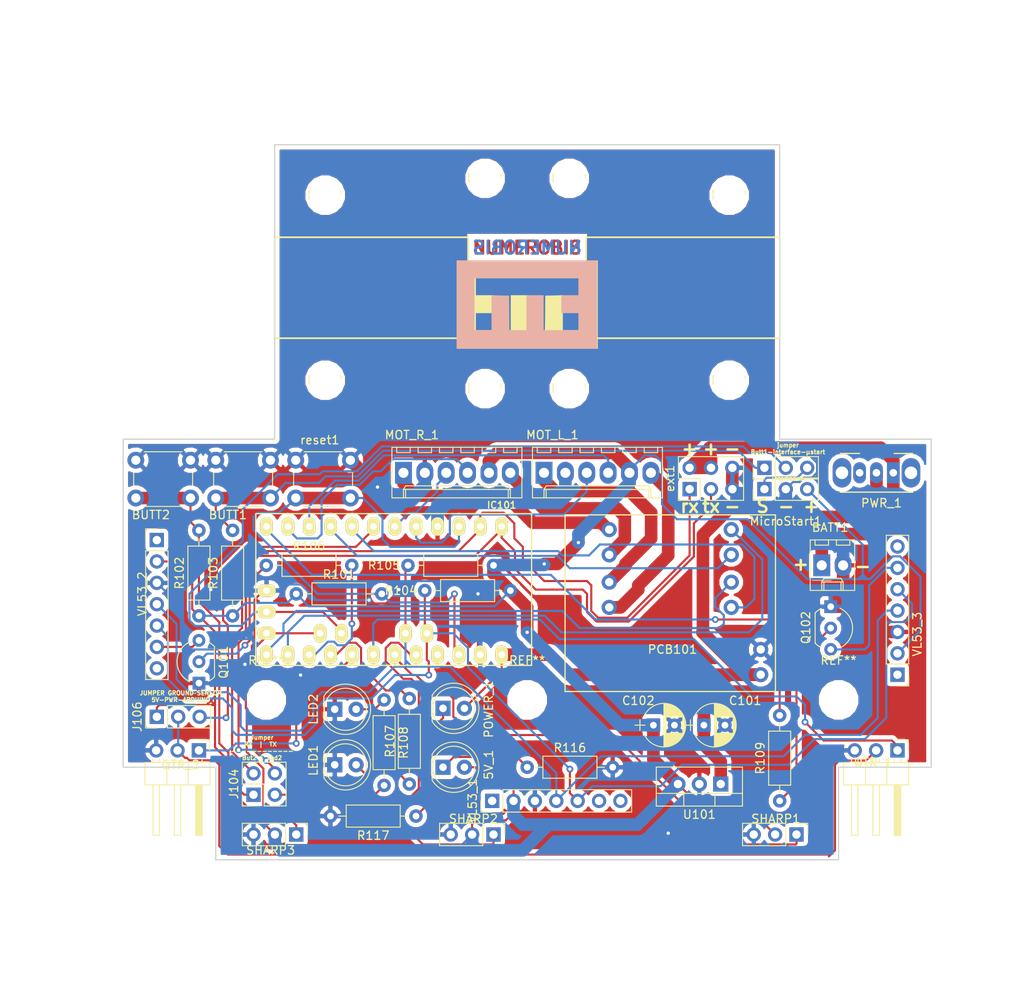
<source format=kicad_pcb>
(kicad_pcb (version 20171130) (host pcbnew "(5.0.2)-1")
  (layers (0 F.Cu signal) (31 B.Cu signal) (34 B.Paste user) (35 F.Paste user) (36 B.SilkS user) (37 F.SilkS user) (38 B.Mask user) (39 F.Mask user) (44 Edge.Cuts user))
  (net 0 "")
  (net 1 /AlimArduino)
  (net 2 /5V)
  (net 3 /distanceSensor3)
  (net 4 /distanceSensor2)
  (net 5 /distanceSensor1)
  (net 6 /Button1)
  (net 7 /TX)
  (net 8 /RX)
  (net 9 /Reset)
  (net 10 /CoderLeftA)
  (net 11 /CoderRightA)
  (net 12 /groundSensorEmitter)
  (net 13 /IN1_HBridge)
  (net 14 /IN3_HBridge)
  (net 15 /CoderLeftB)
  (net 16 /CoderRightB)
  (net 17 /IN2_HBridge)
  (net 18 /IN4_HBridge)
  (net 19 /TOF2_XSHUT_CTRL)
  (net 20 /Led1)
  (net 21 /groundSensor1)
  (net 22 /groundSensor2)
  (net 23 "Net-(IC101-Pad21)")
  (net 24 /TOF_SDA)
  (net 25 /TOF_SCL)
  (net 26 /MotorLeftN)
  (net 27 /MotorLeftP)
  (net 28 /MotorRightP)
  (net 29 /MotorRightN)
  (net 30 /Led2)
  (net 31 /Button2)
  (net 32 /TOF2_XSHUT)
  (net 33 -BATT)
  (net 34 /arduinoGroundSensorEmitter)
  (net 35 /TOF3_XSHUT_CTRL)
  (net 36 +BATT)
  (net 37 "Net-(Q101-Pad2)")
  (net 38 /TOF3_XSHUT)
  (net 39 "Net-(Q102-Pad2)")
  (net 40 /TOF1_GPIO1)
  (net 41 /TOF1_XSHUT)
  (net 42 /TOF1_VDD)
  (net 43 /TOF2_GPIO1)
  (net 44 /TOF2_VDD)
  (net 45 /TOF3_VDD)
  (net 46 "Net-(5V_1-Pad1)")
  (net 47 "Net-(LED1-Pad2)")
  (net 48 "Net-(LED2-Pad2)")
  (net 49 "Net-(POWER_1-Pad1)")
  (net 50 "Net-(VL53_3-Pad7)")
  (net 51 /interface1)
  (net 52 /IR_start)
  (module "mini victory l298n - H bridge driver:miniVictoryL298N" (layer F.Cu) (at 112 100 180)
    (fp_text reference PCB101 (at -0.268 5.004 180) (layer F.SilkS))
    (fp_text value miniVictoryL298N)
    (pad 1 thru_hole circle (at -10.75 2 180) (size 1.8 1.8) (drill 1) (layers *.Cu *.Mask) (net 1 /AlimArduino))
    (pad 2 thru_hole circle (at -10.75 5 180) (size 1.8 1.8) (drill 1) (layers *.Cu *.Mask) (net 33 -BATT))
    (pad 3 thru_hole circle (at -7.25 10 180) (size 1.8 1.8) (drill 1) (layers *.Cu *.Mask) (net 13 /IN1_HBridge))
    (pad 4 thru_hole circle (at -7.25 13 180) (size 1.8 1.8) (drill 1) (layers *.Cu *.Mask) (net 17 /IN2_HBridge))
    (pad 5 thru_hole circle (at -7.25 16.25 180) (size 1.8 1.8) (drill 1) (layers *.Cu *.Mask) (net 14 /IN3_HBridge))
    (pad 6 thru_hole circle (at -7.25 19.25 180) (size 1.8 1.8) (drill 1) (layers *.Cu *.Mask) (net 18 /IN4_HBridge))
    (pad 7 thru_hole circle (at 7.25 10 180) (size 1.8 1.8) (drill 1) (layers *.Cu *.Mask) (net 26 /MotorLeftN))
    (pad 8 thru_hole circle (at 7.25 13 180) (size 1.8 1.8) (drill 1) (layers *.Cu *.Mask) (net 27 /MotorLeftP))
    (pad 9 thru_hole circle (at 7.25 16.25 180) (size 1.8 1.8) (drill 1) (layers *.Cu *.Mask) (net 29 /MotorRightN))
    (pad 10 thru_hole circle (at 7.25 19.25 180) (size 1.8 1.8) (drill 1) (layers *.Cu *.Mask) (net 28 /MotorRightP))
  )
  (module lib:pro_mini (layer F.Cu) (at 78 88 180)
    (fp_text reference IC101 (at -13.97 10.16 180) (layer F.SilkS) (effects (font (size 0.8 0.8) (thickness 0.16))))
    (fp_text value ArduinoProMini hide)
    (pad 28 thru_hole oval (at 5.08 -5.08 180) (size 1.50114 2.19964) (drill 0.8001) (layers *.Cu *.Mask F.SilkS) (net 51 /interface1))
    (pad 27 thru_hole oval (at 7.62 -5.08 180) (size 1.50114 2.19964) (drill 0.8001) (layers *.Cu *.Mask F.SilkS) (net 3 /distanceSensor3))
    (pad 1 thru_hole oval (at -13.97 7.62 180) (size 1.50114 2.19964) (drill 0.8001) (layers *.Cu *.Mask F.SilkS) (net 7 /TX))
    (pad 2 thru_hole oval (at -11.43 7.62 180) (size 1.50114 2.19964) (drill 0.8001) (layers *.Cu *.Mask F.SilkS) (net 8 /RX))
    (pad 3 thru_hole oval (at -8.89 7.62 180) (size 1.50114 2.19964) (drill 0.8001) (layers *.Cu *.Mask F.SilkS) (net 9 /Reset))
    (pad 4 thru_hole oval (at -6.35 7.62 180) (size 1.50114 2.19964) (drill 0.8001) (layers *.Cu *.Mask F.SilkS) (net 33 -BATT))
    (pad 5 thru_hole oval (at -3.81 7.62 180) (size 1.50114 2.19964) (drill 0.8001) (layers *.Cu *.Mask F.SilkS) (net 10 /CoderLeftA))
    (pad 6 thru_hole oval (at -1.27 7.62 180) (size 1.50114 2.19964) (drill 0.8001) (layers *.Cu *.Mask F.SilkS) (net 11 /CoderRightA))
    (pad 7 thru_hole oval (at 1.27 7.62 180) (size 1.50114 2.19964) (drill 0.8001) (layers *.Cu *.Mask F.SilkS) (net 34 /arduinoGroundSensorEmitter))
    (pad 8 thru_hole oval (at 3.81 7.62 180) (size 1.50114 2.19964) (drill 0.8001) (layers *.Cu *.Mask F.SilkS) (net 13 /IN1_HBridge))
    (pad 9 thru_hole oval (at 6.35 7.62 180) (size 1.50114 2.19964) (drill 0.8001) (layers *.Cu *.Mask F.SilkS) (net 14 /IN3_HBridge))
    (pad 10 thru_hole oval (at 8.89 7.62 180) (size 1.50114 2.19964) (drill 0.8001) (layers *.Cu *.Mask F.SilkS) (net 15 /CoderLeftB))
    (pad 11 thru_hole oval (at 11.43 7.62 180) (size 1.50114 2.19964) (drill 0.8001) (layers *.Cu *.Mask F.SilkS) (net 16 /CoderRightB))
    (pad 12 thru_hole oval (at 13.97 7.62 180) (size 1.50114 2.19964) (drill 0.8001) (layers *.Cu *.Mask F.SilkS) (net 35 /TOF3_XSHUT_CTRL))
    (pad 13 thru_hole oval (at 13.97 -7.62 180) (size 1.50114 2.19964) (drill 0.8001) (layers *.Cu *.Mask F.SilkS) (net 17 /IN2_HBridge))
    (pad 14 thru_hole oval (at 11.43 -7.62 180) (size 1.50114 2.19964) (drill 0.8001) (layers *.Cu *.Mask F.SilkS) (net 18 /IN4_HBridge))
    (pad 15 thru_hole oval (at 8.89 -7.62 180) (size 1.50114 2.19964) (drill 0.8001) (layers *.Cu *.Mask F.SilkS) (net 19 /TOF2_XSHUT_CTRL))
    (pad 16 thru_hole oval (at 6.35 -7.62 180) (size 1.50114 2.19964) (drill 0.8001) (layers *.Cu *.Mask F.SilkS) (net 20 /Led1))
    (pad 17 thru_hole oval (at 3.81 -7.62 180) (size 1.50114 2.19964) (drill 0.8001) (layers *.Cu *.Mask F.SilkS) (net 21 /groundSensor1))
    (pad 18 thru_hole oval (at 1.27 -7.62 180) (size 1.50114 2.19964) (drill 0.8001) (layers *.Cu *.Mask F.SilkS) (net 22 /groundSensor2))
    (pad 19 thru_hole oval (at -1.27 -7.62 180) (size 1.50114 2.19964) (drill 0.8001) (layers *.Cu *.Mask F.SilkS) (net 5 /distanceSensor1))
    (pad 20 thru_hole oval (at -3.81 -7.62 180) (size 1.50114 2.19964) (drill 0.8001) (layers *.Cu *.Mask F.SilkS) (net 4 /distanceSensor2))
    (pad 21 thru_hole oval (at -6.35 -7.62 180) (size 1.50114 2.19964) (drill 0.8001) (layers *.Cu *.Mask F.SilkS) (net 23 "Net-(IC101-Pad21)"))
    (pad 22 thru_hole oval (at -8.89 -7.62 180) (size 1.50114 2.19964) (drill 0.8001) (layers *.Cu *.Mask F.SilkS) (net 9 /Reset))
    (pad 23 thru_hole oval (at -11.43 -7.62 180) (size 1.50114 2.19964) (drill 0.8001) (layers *.Cu *.Mask F.SilkS) (net 33 -BATT))
    (pad 24 thru_hole oval (at -13.97 -7.62 180) (size 1.50114 2.19964) (drill 0.8001) (layers *.Cu *.Mask F.SilkS) (net 1 /AlimArduino))
    (pad 25 thru_hole oval (at -2.54 -5.08 180) (size 1.50114 2.19964) (drill 0.8001) (layers *.Cu *.Mask F.SilkS) (net 24 /TOF_SDA))
    (pad 26 thru_hole oval (at -5.08 -5.08 180) (size 1.50114 2.19964) (drill 0.8001) (layers *.Cu *.Mask F.SilkS) (net 25 /TOF_SCL))
    (pad 27 thru_hole oval (at 13.97 -5.08 180) (size 2.19964 1.50114) (drill 0.8001) (layers *.Cu *.Mask F.SilkS) (net 3 /distanceSensor3))
    (pad 28 thru_hole oval (at 13.97 -2.54 180) (size 2.19964 1.50114) (drill 0.8001) (layers *.Cu *.Mask F.SilkS) (net 51 /interface1))
    (pad 29 thru_hole oval (at 13.97 0 180) (size 2.19964 1.50114) (drill 0.8001) (layers *.Cu *.Mask F.SilkS) (net 33 -BATT))
  )
  (module Capacitors_THT:CP_Radial_D5.0mm_P2.50mm (layer F.Cu) (at 116 104)
    (fp_text reference C101 (at 4.904 -2.908) (layer F.SilkS))
    (fp_text value 100n)
    (pad 1 thru_hole rect (at 0 0) (size 1.6 1.6) (drill 0.8) (layers *.Cu *.Mask) (net 1 /AlimArduino))
    (pad 2 thru_hole circle (at 2.5 0) (size 1.6 1.6) (drill 0.8) (layers *.Cu *.Mask) (net 33 -BATT))
  )
  (module Capacitors_THT:CP_Radial_D5.0mm_P2.50mm (layer F.Cu) (at 110 104)
    (fp_text reference C102 (at -1.796 -2.908) (layer F.SilkS))
    (fp_text value 100n)
    (pad 2 thru_hole circle (at 2.5 0) (size 1.6 1.6) (drill 0.8) (layers *.Cu *.Mask) (net 33 -BATT))
    (pad 1 thru_hole rect (at 0 0) (size 1.6 1.6) (drill 0.8) (layers *.Cu *.Mask) (net 2 /5V))
  )
  (module Pin_Headers:Pin_Header_Straight_2x02_Pitch2.54mm (layer F.Cu) (at 62.484 112.268 90)
    (fp_text reference J104 (at 1.27 -2.33 90) (layer F.SilkS))
    (fp_text value Conn_02x02_Odd_Even)
    (pad 4 thru_hole oval (at 2.54 2.54 90) (size 1.7 1.7) (drill 1) (layers *.Cu *.Mask) (net 7 /TX))
    (pad 3 thru_hole oval (at 0 2.54 90) (size 1.7 1.7) (drill 1) (layers *.Cu *.Mask) (net 30 /Led2))
    (pad 2 thru_hole oval (at 2.54 0 90) (size 1.7 1.7) (drill 1) (layers *.Cu *.Mask) (net 8 /RX))
    (pad 1 thru_hole rect (at 0 0 90) (size 1.7 1.7) (drill 1) (layers *.Cu *.Mask) (net 31 /Button2))
  )
  (module Pin_Headers:Pin_Header_Straight_1x03_Pitch2.54mm (layer F.Cu) (at 51 103 90)
    (fp_text reference J106 (at 0 -2.33 90) (layer F.SilkS))
    (fp_text value Conn_01x03_Female)
    (pad 3 thru_hole oval (at 0 5.08 90) (size 1.7 1.7) (drill 1) (layers *.Cu *.Mask) (net 34 /arduinoGroundSensorEmitter))
    (pad 2 thru_hole oval (at 0 2.54 90) (size 1.7 1.7) (drill 1) (layers *.Cu *.Mask) (net 12 /groundSensorEmitter))
    (pad 1 thru_hole rect (at 0 0 90) (size 1.7 1.7) (drill 1) (layers *.Cu *.Mask) (net 2 /5V))
  )
  (module TO_SOT_Packages_THT:TO-92_Inline_Wide (layer F.Cu) (at 56 99 90)
    (fp_text reference Q101 (at 2.48 2.928 270) (layer F.SilkS))
    (fp_text value PN2222A)
    (pad 1 thru_hole rect (at 0 0 180) (size 1.52 1.52) (drill 0.8) (layers *.Cu *.Mask) (net 33 -BATT))
    (pad 3 thru_hole circle (at 5.08 0 180) (size 1.52 1.52) (drill 0.8) (layers *.Cu *.Mask) (net 32 /TOF2_XSHUT))
    (pad 2 thru_hole circle (at 2.54 0 180) (size 1.52 1.52) (drill 0.8) (layers *.Cu *.Mask) (net 37 "Net-(Q101-Pad2)"))
  )
  (module TO_SOT_Packages_THT:TO-92_Inline_Wide (layer F.Cu) (at 131.064 89.916 270)
    (fp_text reference Q102 (at 2.488 2.952 90) (layer F.SilkS))
    (fp_text value PN2222A)
    (pad 2 thru_hole circle (at 2.54 0) (size 1.52 1.52) (drill 0.8) (layers *.Cu *.Mask) (net 39 "Net-(Q102-Pad2)"))
    (pad 3 thru_hole circle (at 5.08 0) (size 1.52 1.52) (drill 0.8) (layers *.Cu *.Mask) (net 38 /TOF3_XSHUT))
    (pad 1 thru_hole rect (at 0 0) (size 1.52 1.52) (drill 0.8) (layers *.Cu *.Mask) (net 33 -BATT))
  )
  (module Resistors_THT:R_Axial_DIN0207_L6.3mm_D2.5mm_P10.16mm_Horizontal (layer F.Cu) (at 67.564 88.392)
    (fp_text reference R101 (at 5.08 -2.31) (layer F.SilkS))
    (fp_text value R)
    (pad 2 thru_hole oval (at 10.16 0) (size 1.6 1.6) (drill 0.8) (layers *.Cu *.Mask) (net 9 /Reset))
    (pad 1 thru_hole circle (at 0 0) (size 1.6 1.6) (drill 0.8) (layers *.Cu *.Mask) (net 2 /5V))
  )
  (module Resistors_THT:R_Axial_DIN0207_L6.3mm_D2.5mm_P10.16mm_Horizontal (layer F.Cu) (at 56 91 90)
    (fp_text reference R102 (at 5.08 -2.31 90) (layer F.SilkS))
    (fp_text value R)
    (pad 2 thru_hole oval (at 10.16 0 90) (size 1.6 1.6) (drill 0.8) (layers *.Cu *.Mask) (net 31 /Button2))
    (pad 1 thru_hole circle (at 0 0 90) (size 1.6 1.6) (drill 0.8) (layers *.Cu *.Mask) (net 2 /5V))
  )
  (module Resistors_THT:R_Axial_DIN0207_L6.3mm_D2.5mm_P10.16mm_Horizontal (layer F.Cu) (at 60 91 90)
    (fp_text reference R103 (at 5.08 -2.31 90) (layer F.SilkS))
    (fp_text value R)
    (pad 1 thru_hole circle (at 0 0 90) (size 1.6 1.6) (drill 0.8) (layers *.Cu *.Mask) (net 2 /5V))
    (pad 2 thru_hole oval (at 10.16 0 90) (size 1.6 1.6) (drill 0.8) (layers *.Cu *.Mask) (net 6 /Button1))
  )
  (module Resistors_THT:R_Axial_DIN0207_L6.3mm_D2.5mm_P10.16mm_Horizontal (layer F.Cu) (at 93 88 180)
    (fp_text reference R104 (at 13 0 180) (layer F.SilkS))
    (fp_text value 2.2k)
    (pad 2 thru_hole oval (at 10.16 0 180) (size 1.6 1.6) (drill 0.8) (layers *.Cu *.Mask) (net 25 /TOF_SCL))
    (pad 1 thru_hole circle (at 0 0 180) (size 1.6 1.6) (drill 0.8) (layers *.Cu *.Mask) (net 2 /5V))
  )
  (module Resistors_THT:R_Axial_DIN0207_L6.3mm_D2.5mm_P10.16mm_Horizontal (layer F.Cu) (at 91 85 180)
    (fp_text reference R105 (at 13 0 180) (layer F.SilkS))
    (fp_text value 2.2k)
    (pad 1 thru_hole circle (at 0 0 180) (size 1.6 1.6) (drill 0.8) (layers *.Cu *.Mask) (net 2 /5V))
    (pad 2 thru_hole oval (at 10.16 0 180) (size 1.6 1.6) (drill 0.8) (layers *.Cu *.Mask) (net 24 /TOF_SDA))
  )
  (module Resistors_THT:R_Axial_DIN0207_L6.3mm_D2.5mm_P10.16mm_Horizontal (layer F.Cu) (at 64 85)
    (fp_text reference R106 (at 5.08 -2.31) (layer F.SilkS))
    (fp_text value R)
    (pad 2 thru_hole oval (at 10.16 0) (size 1.6 1.6) (drill 0.8) (layers *.Cu *.Mask) (net 19 /TOF2_XSHUT_CTRL))
    (pad 1 thru_hole circle (at 0 0) (size 1.6 1.6) (drill 0.8) (layers *.Cu *.Mask) (net 37 "Net-(Q101-Pad2)"))
  )
  (module Resistors_THT:R_Axial_DIN0207_L6.3mm_D2.5mm_P10.16mm_Horizontal (layer F.Cu) (at 81 111 90)
    (fp_text reference R107 (at 5.08 -2.31 90) (layer F.SilkS))
    (fp_text value R)
    (pad 1 thru_hole circle (at 0 0 90) (size 1.6 1.6) (drill 0.8) (layers *.Cu *.Mask) (net 47 "Net-(LED1-Pad2)"))
    (pad 2 thru_hole oval (at 10.16 0 90) (size 1.6 1.6) (drill 0.8) (layers *.Cu *.Mask) (net 20 /Led1))
  )
  (module Resistors_THT:R_Axial_DIN0207_L6.3mm_D2.5mm_P10.16mm_Horizontal (layer F.Cu) (at 78 101 270)
    (fp_text reference R108 (at 5.08 -2.31 270) (layer F.SilkS))
    (fp_text value R)
    (pad 2 thru_hole oval (at 10.16 0 270) (size 1.6 1.6) (drill 0.8) (layers *.Cu *.Mask) (net 30 /Led2))
    (pad 1 thru_hole circle (at 0 0 270) (size 1.6 1.6) (drill 0.8) (layers *.Cu *.Mask) (net 48 "Net-(LED2-Pad2)"))
  )
  (module Resistors_THT:R_Axial_DIN0207_L6.3mm_D2.5mm_P10.16mm_Horizontal (layer F.Cu) (at 125 113 90)
    (fp_text reference R109 (at 5.08 -2.31 90) (layer F.SilkS))
    (fp_text value R)
    (pad 1 thru_hole circle (at 0 0 90) (size 1.6 1.6) (drill 0.8) (layers *.Cu *.Mask) (net 39 "Net-(Q102-Pad2)"))
    (pad 2 thru_hole oval (at 10.16 0 90) (size 1.6 1.6) (drill 0.8) (layers *.Cu *.Mask) (net 35 /TOF3_XSHUT_CTRL))
  )
  (module Resistors_THT:R_Axial_DIN0207_L6.3mm_D2.5mm_P10.16mm_Horizontal (layer F.Cu) (at 95 109)
    (fp_text reference R116 (at 5.08 -2.31) (layer F.SilkS))
    (fp_text value R)
    (pad 1 thru_hole circle (at 0 0) (size 1.6 1.6) (drill 0.8) (layers *.Cu *.Mask) (net 46 "Net-(5V_1-Pad1)"))
    (pad 2 thru_hole oval (at 10.16 0) (size 1.6 1.6) (drill 0.8) (layers *.Cu *.Mask) (net 33 -BATT))
  )
  (module Resistors_THT:R_Axial_DIN0207_L6.3mm_D2.5mm_P10.16mm_Horizontal (layer F.Cu) (at 81.788 114.808 180)
    (fp_text reference R117 (at 5.08 -2.31 180) (layer F.SilkS))
    (fp_text value R)
    (pad 2 thru_hole oval (at 10.16 0 180) (size 1.6 1.6) (drill 0.8) (layers *.Cu *.Mask) (net 33 -BATT))
    (pad 1 thru_hole circle (at 0 0 180) (size 1.6 1.6) (drill 0.8) (layers *.Cu *.Mask) (net 49 "Net-(POWER_1-Pad1)"))
  )
  (module TO_SOT_Packages_THT:TO-220-3_Vertical (layer F.Cu) (at 118 111 180)
    (fp_text reference U101 (at 2.54 -3.62 180) (layer F.SilkS))
    (fp_text value L7805)
    (pad 3 thru_hole oval (at 5.08 0 180) (size 1.8 1.8) (drill 1) (layers *.Cu *.Mask) (net 2 /5V))
    (pad 2 thru_hole oval (at 2.54 0 180) (size 1.8 1.8) (drill 1) (layers *.Cu *.Mask) (net 33 -BATT))
    (pad 1 thru_hole rect (at 0 0 180) (size 1.8 1.8) (drill 1) (layers *.Cu *.Mask) (net 1 /AlimArduino))
  )
  (module LEDs:LED_D5.0mm (layer F.Cu) (at 85 109)
    (fp_text reference 5V_1 (at 5.424 -0.288 90) (layer F.SilkS))
    (fp_text value LED)
    (pad 2 thru_hole circle (at 2.54 0) (size 1.8 1.8) (drill 0.9) (layers *.Cu *.Mask) (net 2 /5V))
    (pad 1 thru_hole rect (at 0 0) (size 1.8 1.8) (drill 0.9) (layers *.Cu *.Mask) (net 46 "Net-(5V_1-Pad1)"))
  )
  (module Connectors_Molex:Molex_KK-6410-02_02x2.54mm_Straight (layer F.Cu) (at 130 85)
    (fp_text reference BATT1 (at 1 -4.5) (layer F.SilkS))
    (fp_text value Conn_01x02_Female)
    (pad 2 thru_hole oval (at 2.54 0) (size 2 2.6) (drill 1.2) (layers *.Cu *.Mask) (net 33 -BATT))
    (pad 1 thru_hole rect (at 0 0) (size 2 2.6) (drill 1.2) (layers *.Cu *.Mask) (net 36 +BATT))
  )
  (module Buttons_Switches_THT:SW_PUSH_6mm_h4.3mm (layer F.Cu) (at 64.5 77 180)
    (fp_text reference BUTT1 (at 5.064 -2 180) (layer F.SilkS))
    (fp_text value SW_Push)
    (pad 1 thru_hole circle (at 6.5 0 270) (size 2 2) (drill 1.1) (layers *.Cu *.Mask) (net 6 /Button1))
    (pad 2 thru_hole circle (at 6.5 4.5 270) (size 2 2) (drill 1.1) (layers *.Cu *.Mask) (net 33 -BATT))
    (pad 1 thru_hole circle (at 0 0 270) (size 2 2) (drill 1.1) (layers *.Cu *.Mask) (net 6 /Button1))
    (pad 2 thru_hole circle (at 0 4.5 270) (size 2 2) (drill 1.1) (layers *.Cu *.Mask) (net 33 -BATT))
  )
  (module Buttons_Switches_THT:SW_PUSH_6mm_h4.3mm (layer F.Cu) (at 55 77 180)
    (fp_text reference BUTT2 (at 4.708 -2 180) (layer F.SilkS))
    (fp_text value SW_Push)
    (pad 2 thru_hole circle (at 0 4.5 270) (size 2 2) (drill 1.1) (layers *.Cu *.Mask) (net 33 -BATT))
    (pad 1 thru_hole circle (at 0 0 270) (size 2 2) (drill 1.1) (layers *.Cu *.Mask) (net 31 /Button2))
    (pad 2 thru_hole circle (at 6.5 4.5 270) (size 2 2) (drill 1.1) (layers *.Cu *.Mask) (net 33 -BATT))
    (pad 1 thru_hole circle (at 6.5 0 270) (size 2 2) (drill 1.1) (layers *.Cu *.Mask) (net 31 /Button2))
  )
  (module Pin_Headers:Pin_Header_Straight_2x03_Pitch2.54mm (layer F.Cu) (at 114.3 75.946 90)
    (fp_text reference ext1 (at 1.27 -2.33 90) (layer F.SilkS))
    (fp_text value Conn_02x03_Odd_Even)
    (pad 6 thru_hole oval (at 2.54 5.08 90) (size 1.7 1.7) (drill 1) (layers *.Cu *.Mask) (net 33 -BATT))
    (pad 5 thru_hole oval (at 0 5.08 90) (size 1.7 1.7) (drill 1) (layers *.Cu *.Mask) (net 33 -BATT))
    (pad 4 thru_hole oval (at 2.54 2.54 90) (size 1.7 1.7) (drill 1) (layers *.Cu *.Mask) (net 36 +BATT))
    (pad 3 thru_hole oval (at 0 2.54 90) (size 1.7 1.7) (drill 1) (layers *.Cu *.Mask) (net 7 /TX))
    (pad 2 thru_hole oval (at 2.54 0 90) (size 1.7 1.7) (drill 1) (layers *.Cu *.Mask) (net 36 +BATT))
    (pad 1 thru_hole rect (at 0 0 90) (size 1.7 1.7) (drill 1) (layers *.Cu *.Mask) (net 8 /RX))
  )
  (module LEDs:LED_D5.0mm (layer F.Cu) (at 72.136 108.712)
    (fp_text reference LED1 (at -2.54 -0.508 90) (layer F.SilkS))
    (fp_text value LED)
    (pad 1 thru_hole rect (at 0 0) (size 1.8 1.8) (drill 0.9) (layers *.Cu *.Mask) (net 33 -BATT))
    (pad 2 thru_hole circle (at 2.54 0) (size 1.8 1.8) (drill 0.9) (layers *.Cu *.Mask) (net 47 "Net-(LED1-Pad2)"))
  )
  (module LEDs:LED_D5.0mm (layer F.Cu) (at 72.136 102.108)
    (fp_text reference LED2 (at -2.54 0 90) (layer F.SilkS))
    (fp_text value LED)
    (pad 2 thru_hole circle (at 2.54 0) (size 1.8 1.8) (drill 0.9) (layers *.Cu *.Mask) (net 48 "Net-(LED2-Pad2)"))
    (pad 1 thru_hole rect (at 0 0) (size 1.8 1.8) (drill 0.9) (layers *.Cu *.Mask) (net 33 -BATT))
  )
  (module Connectors_Molex:Molex_KK-6410-06_06x2.54mm_Straight (layer F.Cu) (at 97 74)
    (fp_text reference MOT_L_1 (at 1 -4.5) (layer F.SilkS))
    (fp_text value Conn_01x06_Female)
    (pad 6 thru_hole oval (at 12.7 0) (size 2 2.6) (drill 1.2) (layers *.Cu *.Mask) (net 26 /MotorLeftN))
    (pad 5 thru_hole oval (at 10.16 0) (size 2 2.6) (drill 1.2) (layers *.Cu *.Mask) (net 2 /5V))
    (pad 4 thru_hole oval (at 7.62 0) (size 2 2.6) (drill 1.2) (layers *.Cu *.Mask) (net 15 /CoderLeftB))
    (pad 3 thru_hole oval (at 5.08 0) (size 2 2.6) (drill 1.2) (layers *.Cu *.Mask) (net 10 /CoderLeftA))
    (pad 2 thru_hole oval (at 2.54 0) (size 2 2.6) (drill 1.2) (layers *.Cu *.Mask) (net 33 -BATT))
    (pad 1 thru_hole rect (at 0 0) (size 2 2.6) (drill 1.2) (layers *.Cu *.Mask) (net 27 /MotorLeftP))
  )
  (module Connectors_Molex:Molex_KK-6410-06_06x2.54mm_Straight (layer F.Cu) (at 80.3 74)
    (fp_text reference MOT_R_1 (at 1 -4.5) (layer F.SilkS))
    (fp_text value Conn_01x06_Female)
    (pad 1 thru_hole rect (at 0 0) (size 2 2.6) (drill 1.2) (layers *.Cu *.Mask) (net 28 /MotorRightP))
    (pad 2 thru_hole oval (at 2.54 0) (size 2 2.6) (drill 1.2) (layers *.Cu *.Mask) (net 33 -BATT))
    (pad 3 thru_hole oval (at 5.08 0) (size 2 2.6) (drill 1.2) (layers *.Cu *.Mask) (net 11 /CoderRightA))
    (pad 4 thru_hole oval (at 7.62 0) (size 2 2.6) (drill 1.2) (layers *.Cu *.Mask) (net 16 /CoderRightB))
    (pad 5 thru_hole oval (at 10.16 0) (size 2 2.6) (drill 1.2) (layers *.Cu *.Mask) (net 2 /5V))
    (pad 6 thru_hole oval (at 12.7 0) (size 2 2.6) (drill 1.2) (layers *.Cu *.Mask) (net 29 /MotorRightN))
  )
  (module LEDs:LED_D5.0mm (layer F.Cu) (at 85 102)
    (fp_text reference POWER_1 (at 5.424 0.108 90) (layer F.SilkS))
    (fp_text value LED)
    (pad 1 thru_hole rect (at 0 0) (size 1.8 1.8) (drill 0.9) (layers *.Cu *.Mask) (net 49 "Net-(POWER_1-Pad1)"))
    (pad 2 thru_hole circle (at 2.54 0) (size 1.8 1.8) (drill 0.9) (layers *.Cu *.Mask) (net 1 /AlimArduino))
  )
  (module Buttons_Switches_THT:SW_CuK_OS102011MA1QN1_SPDT_Angled (layer F.Cu) (at 138.5 74 180)
    (fp_text reference PWR_1 (at 1.4 -3.6 180) (layer F.SilkS))
    (fp_text value SW_Push)
    (pad "" thru_hole oval (at 6.1 0 180) (size 2.2 3.5) (drill 1.5) (layers *.Cu *.Mask))
    (pad "" thru_hole oval (at -2.1 0 180) (size 2.2 3.5) (drill 1.5) (layers *.Cu *.Mask))
    (pad 3 thru_hole oval (at 4 0 180) (size 1.5 2.5) (drill 0.9) (layers *.Cu *.Mask))
    (pad 2 thru_hole oval (at 2 0 180) (size 1.5 2.5) (drill 0.9) (layers *.Cu *.Mask) (net 1 /AlimArduino))
    (pad 1 thru_hole rect (at 0 0 180) (size 1.5 2.5) (drill 0.9) (layers *.Cu *.Mask) (net 36 +BATT))
  )
  (module Pin_Headers:Pin_Header_Angled_1x03_Pitch2.54mm (layer F.Cu) (at 139 107 270)
    (fp_text reference QTR_1 (at 1.44 2.92) (layer F.SilkS))
    (fp_text value QTR-1A)
    (pad 1 thru_hole rect (at 0 0 270) (size 1.7 1.7) (drill 1) (layers *.Cu *.Mask) (net 22 /groundSensor2))
    (pad 2 thru_hole oval (at 0 2.54 270) (size 1.7 1.7) (drill 1) (layers *.Cu *.Mask) (net 12 /groundSensorEmitter))
    (pad 3 thru_hole oval (at 0 5.08 270) (size 1.7 1.7) (drill 1) (layers *.Cu *.Mask) (net 33 -BATT))
  )
  (module Pin_Headers:Pin_Header_Angled_1x03_Pitch2.54mm (layer F.Cu) (at 56 107 270)
    (fp_text reference QTR_2 (at 1.712 2.152) (layer F.SilkS))
    (fp_text value QTR-1A)
    (pad 3 thru_hole oval (at 0 5.08 270) (size 1.7 1.7) (drill 1) (layers *.Cu *.Mask) (net 33 -BATT))
    (pad 2 thru_hole oval (at 0 2.54 270) (size 1.7 1.7) (drill 1) (layers *.Cu *.Mask) (net 12 /groundSensorEmitter))
    (pad 1 thru_hole rect (at 0 0 270) (size 1.7 1.7) (drill 1) (layers *.Cu *.Mask) (net 21 /groundSensor1))
  )
  (module Pin_Headers:Pin_Header_Straight_1x03_Pitch2.54mm (layer F.Cu) (at 127 117 270)
    (fp_text reference SHARP1 (at -1.872 2.46) (layer F.SilkS))
    (fp_text value GP2Y0D810Z0F)
    (pad 3 thru_hole oval (at 0 5.08 270) (size 1.7 1.7) (drill 1) (layers *.Cu *.Mask) (net 33 -BATT))
    (pad 2 thru_hole oval (at 0 2.54 270) (size 1.7 1.7) (drill 1) (layers *.Cu *.Mask) (net 2 /5V))
    (pad 1 thru_hole rect (at 0 0 270) (size 1.7 1.7) (drill 1) (layers *.Cu *.Mask) (net 5 /distanceSensor1))
  )
  (module Pin_Headers:Pin_Header_Straight_1x03_Pitch2.54mm (layer F.Cu) (at 91 117 270)
    (fp_text reference SHARP2 (at -1.872 2.392) (layer F.SilkS))
    (fp_text value GP2Y0D810Z0F)
    (pad 1 thru_hole rect (at 0 0 270) (size 1.7 1.7) (drill 1) (layers *.Cu *.Mask) (net 4 /distanceSensor2))
    (pad 2 thru_hole oval (at 0 2.54 270) (size 1.7 1.7) (drill 1) (layers *.Cu *.Mask) (net 2 /5V))
    (pad 3 thru_hole oval (at 0 5.08 270) (size 1.7 1.7) (drill 1) (layers *.Cu *.Mask) (net 33 -BATT))
  )
  (module Pin_Headers:Pin_Header_Straight_1x03_Pitch2.54mm (layer F.Cu) (at 67.564 117 270)
    (fp_text reference SHARP3 (at 1.872 3.048) (layer F.SilkS))
    (fp_text value GP2Y0D810Z0F)
    (pad 3 thru_hole oval (at 0 5.08 270) (size 1.7 1.7) (drill 1) (layers *.Cu *.Mask) (net 33 -BATT))
    (pad 2 thru_hole oval (at 0 2.54 270) (size 1.7 1.7) (drill 1) (layers *.Cu *.Mask) (net 2 /5V))
    (pad 1 thru_hole rect (at 0 0 270) (size 1.7 1.7) (drill 1) (layers *.Cu *.Mask) (net 3 /distanceSensor3))
  )
  (module Pin_Headers:Pin_Header_Straight_1x07_Pitch2.54mm (layer F.Cu) (at 90.84 113 90)
    (fp_text reference VL53_1 (at 0 -2.33 90) (layer F.SilkS))
    (fp_text value VL53L0X_module)
    (pad 7 thru_hole oval (at 0 15.24 90) (size 1.7 1.7) (drill 1) (layers *.Cu *.Mask) (net 40 /TOF1_GPIO1))
    (pad 6 thru_hole oval (at 0 12.7 90) (size 1.7 1.7) (drill 1) (layers *.Cu *.Mask) (net 41 /TOF1_XSHUT))
    (pad 5 thru_hole oval (at 0 10.16 90) (size 1.7 1.7) (drill 1) (layers *.Cu *.Mask) (net 25 /TOF_SCL))
    (pad 4 thru_hole oval (at 0 7.62 90) (size 1.7 1.7) (drill 1) (layers *.Cu *.Mask) (net 24 /TOF_SDA))
    (pad 3 thru_hole oval (at 0 5.08 90) (size 1.7 1.7) (drill 1) (layers *.Cu *.Mask) (net 33 -BATT))
    (pad 2 thru_hole oval (at 0 2.54 90) (size 1.7 1.7) (drill 1) (layers *.Cu *.Mask) (net 2 /5V))
    (pad 1 thru_hole rect (at 0 0 90) (size 1.7 1.7) (drill 1) (layers *.Cu *.Mask) (net 42 /TOF1_VDD))
  )
  (module Pin_Headers:Pin_Header_Straight_1x07_Pitch2.54mm (layer F.Cu) (at 51 82)
    (fp_text reference VL53_2 (at -1.724 6.392 90) (layer F.SilkS))
    (fp_text value VL53L0X_module)
    (pad 7 thru_hole oval (at 0 15.24) (size 1.7 1.7) (drill 1) (layers *.Cu *.Mask) (net 43 /TOF2_GPIO1))
    (pad 6 thru_hole oval (at 0 12.7) (size 1.7 1.7) (drill 1) (layers *.Cu *.Mask) (net 32 /TOF2_XSHUT))
    (pad 5 thru_hole oval (at 0 10.16) (size 1.7 1.7) (drill 1) (layers *.Cu *.Mask) (net 25 /TOF_SCL))
    (pad 4 thru_hole oval (at 0 7.62) (size 1.7 1.7) (drill 1) (layers *.Cu *.Mask) (net 24 /TOF_SDA))
    (pad 3 thru_hole oval (at 0 5.08) (size 1.7 1.7) (drill 1) (layers *.Cu *.Mask) (net 33 -BATT))
    (pad 2 thru_hole oval (at 0 2.54) (size 1.7 1.7) (drill 1) (layers *.Cu *.Mask) (net 2 /5V))
    (pad 1 thru_hole rect (at 0 0) (size 1.7 1.7) (drill 1) (layers *.Cu *.Mask) (net 44 /TOF2_VDD))
  )
  (module Pin_Headers:Pin_Header_Straight_1x07_Pitch2.54mm (layer F.Cu) (at 139 98 180)
    (fp_text reference VL53_3 (at -2.348 4.82 270) (layer F.SilkS))
    (fp_text value VL53L0X_module)
    (pad 1 thru_hole rect (at 0 0 180) (size 1.7 1.7) (drill 1) (layers *.Cu *.Mask) (net 45 /TOF3_VDD))
    (pad 2 thru_hole oval (at 0 2.54 180) (size 1.7 1.7) (drill 1) (layers *.Cu *.Mask) (net 2 /5V))
    (pad 3 thru_hole oval (at 0 5.08 180) (size 1.7 1.7) (drill 1) (layers *.Cu *.Mask) (net 33 -BATT))
    (pad 4 thru_hole oval (at 0 7.62 180) (size 1.7 1.7) (drill 1) (layers *.Cu *.Mask) (net 24 /TOF_SDA))
    (pad 5 thru_hole oval (at 0 10.16 180) (size 1.7 1.7) (drill 1) (layers *.Cu *.Mask) (net 25 /TOF_SCL))
    (pad 6 thru_hole oval (at 0 12.7 180) (size 1.7 1.7) (drill 1) (layers *.Cu *.Mask) (net 38 /TOF3_XSHUT))
    (pad 7 thru_hole oval (at 0 15.24 180) (size 1.7 1.7) (drill 1) (layers *.Cu *.Mask) (net 50 "Net-(VL53_3-Pad7)"))
  )
  (module Pin_Headers:Pin_Header_Straight_1x03_Pitch2.54mm (layer F.Cu) (at 123.19 73.406 90)
    (fp_text reference interface1 (at -1.27 2.794 180) (layer F.SilkS) (effects (font (size 0.5 0.5) (thickness 0.125))))
    (fp_text value Conn_01x03)
    (pad 1 thru_hole rect (at 0 0 90) (size 1.7 1.7) (drill 1) (layers *.Cu *.Mask) (net 6 /Button1))
    (pad 2 thru_hole oval (at 0 2.54 90) (size 1.7 1.7) (drill 1) (layers *.Cu *.Mask) (net 51 /interface1))
    (pad 3 thru_hole oval (at 0 5.08 90) (size 1.7 1.7) (drill 1) (layers *.Cu *.Mask) (net 52 /IR_start))
  )
  (module Pin_Headers:Pin_Header_Straight_1x03_Pitch2.54mm (layer F.Cu) (at 123.19 75.946 90)
    (fp_text reference MicroStart1 (at -3.81 2.54 180) (layer F.SilkS))
    (fp_text value Conn_01x03)
    (pad 3 thru_hole oval (at 0 5.08 90) (size 1.7 1.7) (drill 1) (layers *.Cu *.Mask) (net 2 /5V))
    (pad 2 thru_hole oval (at 0 2.54 90) (size 1.7 1.7) (drill 1) (layers *.Cu *.Mask) (net 33 -BATT))
    (pad 1 thru_hole rect (at 0 0 90) (size 1.7 1.7) (drill 1) (layers *.Cu *.Mask) (net 52 /IR_start))
  )
  (module Buttons_Switches_THT:SW_PUSH_6mm_h4.3mm (layer F.Cu) (at 74 77 180)
    (fp_text reference reset1 (at 3.642 6.896 180) (layer F.SilkS))
    (fp_text value SW_Push)
    (pad 1 thru_hole circle (at 6.5 0 270) (size 2 2) (drill 1.1) (layers *.Cu *.Mask) (net 9 /Reset))
    (pad 2 thru_hole circle (at 6.5 4.5 270) (size 2 2) (drill 1.1) (layers *.Cu *.Mask) (net 33 -BATT))
    (pad 1 thru_hole circle (at 0 0 270) (size 2 2) (drill 1.1) (layers *.Cu *.Mask) (net 9 /Reset))
    (pad 2 thru_hole circle (at 0 4.5 270) (size 2 2) (drill 1.1) (layers *.Cu *.Mask) (net 33 -BATT))
  )
  (module Mounting_Holes:MountingHole_3.7mm (layer F.Cu) (at 95 101)
    (fp_text reference REF** (at 0 -4.7) (layer F.SilkS))
    (fp_text value MountingHole_3.7mm)
    (pad 1 np_thru_hole circle (at 0 0) (size 3.7 3.7) (drill 3.7) (layers *.Cu *.Mask))
  )
  (module Mounting_Holes:MountingHole_3.7mm (layer F.Cu) (at 64 101)
    (fp_text reference REF** (at 0 -4.7) (layer F.SilkS))
    (fp_text value MountingHole_3.7mm)
    (pad 1 np_thru_hole circle (at 0 0) (size 3.7 3.7) (drill 3.7) (layers *.Cu *.Mask))
  )
  (module Mounting_Holes:MountingHole_3.7mm (layer F.Cu) (at 132 101)
    (fp_text reference REF** (at 0 -4.7) (layer F.SilkS))
    (fp_text value MountingHole_3.7mm)
    (pad 1 np_thru_hole circle (at 0 0) (size 3.7 3.7) (drill 3.7) (layers *.Cu *.Mask))
  )
  (module Mounting_Holes:MountingHole_3.7mm (layer F.Cu) (at 119 41)
    (fp_text reference REF** (at 0 0) (layer F.SilkS))
    (fp_text value MountingHole_3.7mm)
    (pad 1 np_thru_hole circle (at 0 0) (size 3.7 3.7) (drill 3.7) (layers *.Cu *.Mask))
  )
  (module Mounting_Holes:MountingHole_3.7mm (layer F.Cu) (at 119 63)
    (fp_text reference REF** (at 0 0) (layer F.SilkS))
    (fp_text value MountingHole_3.7mm)
    (pad 1 np_thru_hole circle (at 0 0) (size 3.7 3.7) (drill 3.7) (layers *.Cu *.Mask))
  )
  (module Mounting_Holes:MountingHole_3.7mm (layer F.Cu) (at 71 41)
    (fp_text reference REF** (at 0 0) (layer F.SilkS))
    (fp_text value MountingHole_3.7mm)
    (pad 1 np_thru_hole circle (at 0 0) (size 3.7 3.7) (drill 3.7) (layers *.Cu *.Mask))
  )
  (module Mounting_Holes:MountingHole_3.7mm (layer F.Cu) (at 71 63)
    (fp_text reference REF** (at 0 0) (layer F.SilkS))
    (fp_text value MountingHole_3.7mm)
    (pad 1 np_thru_hole circle (at 0 0) (size 3.7 3.7) (drill 3.7) (layers *.Cu *.Mask))
  )
  (module Mounting_Holes:MountingHole_3.7mm (layer F.Cu) (at 90 39)
    (fp_text reference REF** (at 0 0) (layer F.SilkS))
    (fp_text value MountingHole_3.7mm)
    (pad 1 np_thru_hole circle (at 0 0) (size 3.7 3.7) (drill 3.7) (layers *.Cu *.Mask))
  )
  (module Mounting_Holes:MountingHole_3.7mm (layer F.Cu) (at 100 39)
    (fp_text reference REF** (at 0 0) (layer F.SilkS))
    (fp_text value MountingHole_3.7mm)
    (pad 1 np_thru_hole circle (at 0 0) (size 3.7 3.7) (drill 3.7) (layers *.Cu *.Mask))
  )
  (module Mounting_Holes:MountingHole_3.7mm (layer F.Cu) (at 90 64)
    (fp_text reference REF** (at 0 0) (layer F.SilkS))
    (fp_text value MountingHole_3.7mm)
    (pad 1 np_thru_hole circle (at 0 0) (size 3.7 3.7) (drill 3.7) (layers *.Cu *.Mask))
  )
  (module Mounting_Holes:MountingHole_3.7mm (layer F.Cu) (at 100 64)
    (fp_text reference REF** (at 0 0) (layer F.SilkS))
    (fp_text value MountingHole_3.7mm)
    (pad 1 np_thru_hole circle (at 0 0) (size 3.7 3.7) (drill 3.7) (layers *.Cu *.Mask))
  )
  (module v3:LOGOJM (layer B.Cu) (at 95 54 180)
    (fp_text reference G*** hide)
    (fp_text value LOGO hide)
  )
  (module v3:LOGOJM (layer F.Cu) (at 95 54)
    (fp_text reference G*** hide)
    (fp_text value LOGO hide)
  )
  (gr_text "S - +" (at 125.984 77.978) (layer F.SilkS) (effects (font (size 1.5 1.5) (thickness 0.3))))
  (gr_text "jumper\nButt1-interface-µstart\n" (at 125.984 71.12) (layer F.SilkS) (effects (font (size 0.5 0.5) (thickness 0.125))))
  (gr_text rx (at 114.3 77.978) (layer F.SilkS) (effects (font (size 1.5 1.5) (thickness 0.3))))
  (gr_text tx (at 116.84 77.978) (layer F.SilkS) (effects (font (size 1.5 1.5) (thickness 0.3))))
  (gr_text - (at 119.38 77.978) (layer F.SilkS) (effects (font (size 1.5 1.5) (thickness 0.3))))
  (gr_text - (at 119.38 71.12) (layer F.SilkS) (effects (font (size 1.5 1.5) (thickness 0.3))))
  (gr_text + (at 116.84 71.12) (layer F.SilkS) (effects (font (size 1.5 1.5) (thickness 0.3))))
  (gr_text + (at 114.3 71.12) (layer F.SilkS) (effects (font (size 1.5 1.5) (thickness 0.3))))
  (gr_text - (at 134.874 85.09) (layer F.SilkS) (effects (font (size 1.5 1.5) (thickness 0.3))))
  (gr_text + (at 127.508 84.836) (layer F.SilkS) (effects (font (size 1.5 1.5) (thickness 0.3))))
  (gr_line (start 47 109) (end 58 109) (layer Edge.Cuts) (width 0.15))
  (gr_line (start 47 70) (end 47 109) (layer Edge.Cuts) (width 0.15))
  (gr_line (start 143 109) (end 143 70) (layer Edge.Cuts) (width 0.15))
  (gr_line (start 132 109) (end 143 109) (layer Edge.Cuts) (width 0.15))
  (gr_text " Jumper \nRX  |  TX \n------------\nBut2 | Led2" (at 63.5 106.68) (layer F.SilkS) (effects (font (size 0.5 0.5) (thickness 0.125))))
  (gr_text "JUMPER GROUND SENSOR\n5V-PWR-ARDUINO\n" (at 53.848 100.584) (layer F.SilkS) (effects (font (size 0.5 0.5) (thickness 0.125))))
  (gr_text NUMEROBIS (at 94.996 47.244) (layer B.Cu) (effects (font (size 1.5 1.5) (thickness 0.3)) (justify mirror)))
  (gr_text NUMEROBIS (at 94.996 47.244) (layer F.Cu) (effects (font (size 1.5 1.5) (thickness 0.3))))
  (gr_line (start 132 120) (end 132 109) (layer Edge.Cuts) (width 0.15))
  (gr_line (start 58 120) (end 132 120) (layer Edge.Cuts) (width 0.15))
  (gr_line (start 58 109) (end 58 120) (layer Edge.Cuts) (width 0.15))
  (gr_line (start 65 58) (end 65 46) (layer F.SilkS) (width 0.2))
  (gr_line (start 88 58) (end 65 58) (layer F.SilkS) (width 0.2))
  (gr_line (start 88 46) (end 88 58) (layer F.SilkS) (width 0.2))
  (gr_line (start 65 46) (end 88 46) (layer F.SilkS) (width 0.2))
  (gr_line (start 102 58) (end 102 46) (layer F.SilkS) (width 0.2))
  (gr_line (start 125 58) (end 102 58) (layer F.SilkS) (width 0.2))
  (gr_line (start 125 46) (end 125 58) (layer F.SilkS) (width 0.2))
  (gr_line (start 102 46) (end 125 46) (layer F.SilkS) (width 0.2))
  (gr_line (start 65 70) (end 65 35) (layer Edge.Cuts) (width 0.15))
  (gr_line (start 47 70) (end 65 70) (layer Edge.Cuts) (width 0.15))
  (gr_line (start 125 70) (end 143 70) (layer Edge.Cuts) (width 0.15))
  (gr_line (start 125 35) (end 125 70) (layer Edge.Cuts) (width 0.15))
  (gr_line (start 65 35) (end 125 35) (layer Edge.Cuts) (width 0.15))
  (segment (start 122.75 98) (end 100.032 98) (width 1.5) (layer F.Cu) (net 1))
  (segment (start 97.652 95.62) (end 91.97 95.62) (width 1.5) (layer F.Cu) (net 1))
  (segment (start 100.032 98) (end 97.652 95.62) (width 1.5) (layer F.Cu) (net 1))
  (segment (start 122.75 98) (end 118.916 98) (width 1.5) (layer F.Cu) (net 1))
  (segment (start 116 100.916) (end 116 104) (width 1.5) (layer F.Cu) (net 1))
  (segment (start 118.916 98) (end 116 100.916) (width 1.5) (layer F.Cu) (net 1))
  (segment (start 116 104) (end 116 106.348) (width 1.5) (layer F.Cu) (net 1))
  (segment (start 118 108.348) (end 118 111) (width 1.5) (layer F.Cu) (net 1))
  (segment (start 116 106.348) (end 118 108.348) (width 1.5) (layer F.Cu) (net 1))
  (segment (start 91.97 97.57) (end 91.97 95.62) (width 0.25) (layer F.Cu) (net 1))
  (segment (start 87.54 102) (end 91.97 97.57) (width 0.25) (layer F.Cu) (net 1))
  (segment (start 122.75 98) (end 120.86 98) (width 1.5) (layer F.Cu) (net 1))
  (segment (start 120.86 98) (end 115.824 92.964) (width 1.5) (layer F.Cu) (net 1))
  (segment (start 115.88301 81.378988) (end 119.029998 78.232) (width 1.5) (layer F.Cu) (net 1))
  (segment (start 115.88301 92.90499) (end 115.88301 81.378988) (width 1.5) (layer F.Cu) (net 1))
  (segment (start 115.824 92.964) (end 115.88301 92.90499) (width 1.5) (layer F.Cu) (net 1))
  (segment (start 125.984 78.232) (end 126.492 78.232) (width 1.5) (layer F.Cu) (net 1))
  (segment (start 119.029998 78.232) (end 125.984 78.232) (width 1.5) (layer F.Cu) (net 1))
  (segment (start 126.492 78.232) (end 127.508 79.248) (width 1.5) (layer F.Cu) (net 1))
  (segment (start 127.508 79.248) (end 134.62 79.248) (width 1.5) (layer F.Cu) (net 1))
  (segment (start 136.5 77.368) (end 136.5 74) (width 1.5) (layer F.Cu) (net 1))
  (segment (start 134.62 79.248) (end 136.5 77.368) (width 1.5) (layer F.Cu) (net 1))
  (segment (start 110 108.08) (end 112.92 111) (width 1.5) (layer F.Cu) (net 2))
  (segment (start 110 104) (end 110 108.08) (width 1.5) (layer F.Cu) (net 2))
  (via (at 97.028 84.836) (size 0.8) (drill 0.4) (layers F.Cu B.Cu) (net 2))
  (segment (start 91.164 84.836) (end 91 85) (width 0.25) (layer B.Cu) (net 2))
  (segment (start 97.028 84.836) (end 91.164 84.836) (width 0.25) (layer B.Cu) (net 2))
  (segment (start 117.236 115.316) (end 112.92 111) (width 0.25) (layer F.Cu) (net 2))
  (segment (start 55.200001 90.200001) (end 55.200001 85.680001) (width 0.25) (layer F.Cu) (net 2))
  (segment (start 56 91) (end 55.200001 90.200001) (width 0.25) (layer F.Cu) (net 2))
  (segment (start 54.06 84.54) (end 51 84.54) (width 0.25) (layer F.Cu) (net 2))
  (segment (start 55.200001 85.680001) (end 54.06 84.54) (width 0.25) (layer F.Cu) (net 2))
  (segment (start 56 91) (end 60 91) (width 0.25) (layer B.Cu) (net 2))
  (segment (start 66.764001 89.191999) (end 67.564 88.392) (width 0.25) (layer B.Cu) (net 2))
  (segment (start 66.49158 89.46442) (end 66.764001 89.191999) (width 0.25) (layer B.Cu) (net 2))
  (segment (start 61.53558 89.46442) (end 66.49158 89.46442) (width 0.25) (layer B.Cu) (net 2))
  (segment (start 60 91) (end 61.53558 89.46442) (width 0.25) (layer B.Cu) (net 2))
  (segment (start 51 101.9) (end 51.3 101.6) (width 0.25) (layer F.Cu) (net 2))
  (segment (start 51 103) (end 51 101.9) (width 0.25) (layer F.Cu) (net 2))
  (segment (start 51.3 101.6) (end 56.896 101.6) (width 0.25) (layer F.Cu) (net 2))
  (segment (start 57.912 92.912) (end 56 91) (width 0.25) (layer F.Cu) (net 2))
  (segment (start 57.912 100.584) (end 57.912 92.912) (width 0.25) (layer F.Cu) (net 2))
  (segment (start 56.896 101.6) (end 57.404 101.092) (width 0.25) (layer F.Cu) (net 2))
  (segment (start 57.404 101.092) (end 57.912 100.584) (width 0.25) (layer F.Cu) (net 2))
  (segment (start 56.896 101.6) (end 57.912 101.6) (width 0.25) (layer F.Cu) (net 2))
  (segment (start 57.912 101.6) (end 57.404 101.092) (width 0.25) (layer F.Cu) (net 2))
  (segment (start 57.912 101.6) (end 57.912 100.584) (width 0.25) (layer F.Cu) (net 2))
  (segment (start 58.928 110.904) (end 65.024 117) (width 0.25) (layer F.Cu) (net 2))
  (segment (start 58.928 107.642998) (end 58.928 110.904) (width 0.25) (layer F.Cu) (net 2))
  (segment (start 57.912 106.626998) (end 58.928 107.642998) (width 0.25) (layer F.Cu) (net 2))
  (segment (start 57.912 101.6) (end 57.912 106.626998) (width 0.25) (layer F.Cu) (net 2))
  (segment (start 93.38 111.16) (end 93.38 113) (width 0.25) (layer F.Cu) (net 2))
  (segment (start 92.964 110.744) (end 93.38 111.16) (width 0.25) (layer F.Cu) (net 2))
  (segment (start 90.556792 110.744) (end 92.964 110.744) (width 0.25) (layer F.Cu) (net 2))
  (segment (start 87.54 109) (end 88.812792 109) (width 0.25) (layer F.Cu) (net 2))
  (segment (start 88.812792 109) (end 90.556792 110.744) (width 0.25) (layer F.Cu) (net 2))
  (segment (start 112.92 111) (end 108.096 115.824) (width 1.5) (layer B.Cu) (net 2))
  (segment (start 93.38 114.716) (end 93.38 113) (width 1.5) (layer B.Cu) (net 2))
  (segment (start 94.488 115.824) (end 93.38 114.716) (width 1.5) (layer B.Cu) (net 2))
  (segment (start 110 104) (end 106.032 104) (width 1.5) (layer B.Cu) (net 2))
  (segment (start 106.032 104) (end 94.996 92.964) (width 1.5) (layer B.Cu) (net 2))
  (via (at 94.996 92.964) (size 0.8) (drill 0.4) (layers F.Cu B.Cu) (net 2))
  (segment (start 94.996 89.996) (end 93 88) (width 1.5) (layer F.Cu) (net 2))
  (segment (start 94.996 92.964) (end 94.996 89.996) (width 1.5) (layer F.Cu) (net 2))
  (segment (start 91 86) (end 93 88) (width 1.5) (layer F.Cu) (net 2))
  (segment (start 91 85) (end 91 86) (width 1.5) (layer F.Cu) (net 2))
  (segment (start 91.833991 84.950009) (end 97.028 84.950009) (width 1.5) (layer B.Cu) (net 2))
  (segment (start 91.784 85) (end 91.833991 84.950009) (width 1.5) (layer B.Cu) (net 2))
  (segment (start 91 85) (end 91.784 85) (width 1.5) (layer B.Cu) (net 2))
  (via (at 101.092 82.296) (size 0.8) (drill 0.4) (layers F.Cu B.Cu) (net 2))
  (segment (start 97.028 84.836) (end 98.552 84.836) (width 1.5) (layer F.Cu) (net 2))
  (segment (start 98.552 84.836) (end 101.092 82.296) (width 1.5) (layer F.Cu) (net 2))
  (segment (start 107.16 75.212) (end 107.16 74) (width 1.5) (layer B.Cu) (net 2))
  (segment (start 101.092 81.28) (end 107.16 75.212) (width 1.5) (layer B.Cu) (net 2))
  (segment (start 101.092 82.296) (end 101.092 81.28) (width 1.5) (layer B.Cu) (net 2))
  (segment (start 90.46 74) (end 90.46 72.608) (width 1.5) (layer F.Cu) (net 2))
  (segment (start 90.46 72.608) (end 91.44 71.628) (width 1.5) (layer F.Cu) (net 2))
  (segment (start 107.16 73.48227) (end 107.16 74) (width 1.5) (layer F.Cu) (net 2))
  (segment (start 105.30573 71.628) (end 107.16 73.48227) (width 1.5) (layer F.Cu) (net 2))
  (segment (start 91.44 71.628) (end 105.30573 71.628) (width 1.5) (layer F.Cu) (net 2))
  (segment (start 92.200001 88.799999) (end 93 88) (width 0.25) (layer B.Cu) (net 2))
  (segment (start 91.141991 89.858009) (end 92.200001 88.799999) (width 0.25) (layer B.Cu) (net 2))
  (segment (start 69.030009 89.858009) (end 91.141991 89.858009) (width 0.25) (layer B.Cu) (net 2))
  (segment (start 67.564 88.392) (end 69.030009 89.858009) (width 0.25) (layer B.Cu) (net 2))
  (segment (start 122.776 115.316) (end 124.46 117) (width 0.25) (layer F.Cu) (net 2))
  (segment (start 117.236 115.316) (end 122.776 115.316) (width 0.25) (layer F.Cu) (net 2))
  (segment (start 92.456 115.316) (end 88.9 115.316) (width 0.25) (layer F.Cu) (net 2))
  (segment (start 93.38 113) (end 93.38 114.392) (width 0.25) (layer F.Cu) (net 2))
  (segment (start 93.38 114.392) (end 92.456 115.316) (width 0.25) (layer F.Cu) (net 2))
  (segment (start 88.46 115.756) (end 88.9 115.316) (width 0.25) (layer F.Cu) (net 2))
  (segment (start 88.46 117) (end 88.46 115.756) (width 0.25) (layer F.Cu) (net 2))
  (segment (start 65.024 118.202081) (end 65.532 118.710081) (width 0.25) (layer B.Cu) (net 2))
  (segment (start 86.749919 118.710081) (end 88.46 117) (width 0.25) (layer B.Cu) (net 2))
  (segment (start 65.532 118.710081) (end 86.749919 118.710081) (width 0.25) (layer B.Cu) (net 2))
  (segment (start 88.46 118.202081) (end 89.129919 118.872) (width 1.5) (layer B.Cu) (net 2))
  (segment (start 88.46 117) (end 88.46 118.202081) (width 1.5) (layer B.Cu) (net 2))
  (segment (start 94.488 118.872) (end 97.536 115.824) (width 1.5) (layer B.Cu) (net 2))
  (segment (start 89.129919 118.872) (end 94.488 118.872) (width 1.5) (layer B.Cu) (net 2))
  (segment (start 108.096 115.824) (end 97.536 115.824) (width 1.5) (layer B.Cu) (net 2))
  (segment (start 97.536 115.824) (end 94.488 115.824) (width 1.5) (layer B.Cu) (net 2))
  (segment (start 65.024 118.202081) (end 65.024 117) (width 1.5) (layer B.Cu) (net 2))
  (segment (start 65.693919 118.872) (end 65.024 118.202081) (width 1.5) (layer B.Cu) (net 2))
  (segment (start 89.129919 118.872) (end 65.693919 118.872) (width 1.5) (layer B.Cu) (net 2))
  (segment (start 141.732 92.728) (end 139 95.46) (width 0.25) (layer B.Cu) (net 2))
  (segment (start 141.732 86.36) (end 141.732 92.728) (width 0.25) (layer B.Cu) (net 2))
  (segment (start 139.307001 83.935001) (end 141.732 86.36) (width 0.25) (layer B.Cu) (net 2))
  (segment (start 138.440589 83.935001) (end 139.307001 83.935001) (width 0.25) (layer B.Cu) (net 2))
  (segment (start 135.750589 86.625001) (end 138.440589 83.935001) (width 0.25) (layer B.Cu) (net 2))
  (segment (start 112.798999 79.524999) (end 121.180999 79.524999) (width 0.25) (layer B.Cu) (net 2))
  (segment (start 107.16 73.7) (end 108.93501 71.92499) (width 0.25) (layer B.Cu) (net 2))
  (segment (start 121.180999 79.524999) (end 128.281001 86.625001) (width 0.25) (layer B.Cu) (net 2))
  (segment (start 108.93501 71.92499) (end 110.236 71.92499) (width 0.25) (layer B.Cu) (net 2))
  (segment (start 110.236 71.92499) (end 111.02501 72.714) (width 0.25) (layer B.Cu) (net 2))
  (segment (start 111.02501 72.714) (end 111.02501 77.75101) (width 0.25) (layer B.Cu) (net 2))
  (segment (start 107.16 74) (end 107.16 73.7) (width 0.25) (layer B.Cu) (net 2))
  (segment (start 111.02501 77.75101) (end 112.798999 79.524999) (width 0.25) (layer B.Cu) (net 2))
  (segment (start 128.27 75.946) (end 134.874 82.55) (width 0.25) (layer B.Cu) (net 2))
  (segment (start 134.354999 86.625001) (end 134.874 86.106) (width 0.25) (layer B.Cu) (net 2))
  (segment (start 134.112 86.625001) (end 134.354999 86.625001) (width 0.25) (layer B.Cu) (net 2))
  (segment (start 134.874 86.106) (end 134.874 86.625001) (width 0.25) (layer B.Cu) (net 2))
  (segment (start 134.874 82.55) (end 134.874 86.106) (width 0.25) (layer B.Cu) (net 2))
  (segment (start 134.112 86.625001) (end 134.874 86.625001) (width 0.25) (layer B.Cu) (net 2))
  (segment (start 128.281001 86.625001) (end 134.112 86.625001) (width 0.25) (layer B.Cu) (net 2))
  (segment (start 135.382 86.614) (end 134.874 86.106) (width 0.25) (layer B.Cu) (net 2))
  (segment (start 135.382 86.625001) (end 135.382 86.614) (width 0.25) (layer B.Cu) (net 2))
  (segment (start 135.382 86.625001) (end 135.750589 86.625001) (width 0.25) (layer B.Cu) (net 2))
  (segment (start 134.874 86.625001) (end 135.382 86.625001) (width 0.25) (layer B.Cu) (net 2))
  (segment (start 70.38 93.08) (end 64.03 93.08) (width 0.25) (layer F.Cu) (net 3))
  (segment (start 67.564 115.9) (end 67.564 117) (width 0.25) (layer F.Cu) (net 3))
  (segment (start 63.659001 109.163999) (end 63.659001 113.792) (width 0.25) (layer F.Cu) (net 3))
  (segment (start 61.683002 107.188) (end 63.659001 109.163999) (width 0.25) (layer F.Cu) (net 3))
  (segment (start 61.683002 102.097996) (end 61.683002 107.188) (width 0.25) (layer F.Cu) (net 3))
  (segment (start 61.575011 99.06) (end 61.575011 101.990005) (width 0.25) (layer F.Cu) (net 3))
  (segment (start 63.659001 113.792) (end 63.818002 113.951001) (width 0.25) (layer F.Cu) (net 3))
  (segment (start 62.738 97.897011) (end 61.575011 99.06) (width 0.25) (layer F.Cu) (net 3))
  (segment (start 63.818002 113.951001) (end 65.615001 113.951001) (width 0.25) (layer F.Cu) (net 3))
  (segment (start 62.738 94.742) (end 62.738 97.897011) (width 0.25) (layer F.Cu) (net 3))
  (segment (start 65.615001 113.951001) (end 67.564 115.9) (width 0.25) (layer F.Cu) (net 3))
  (segment (start 61.575011 101.990005) (end 61.683002 102.097996) (width 0.25) (layer F.Cu) (net 3))
  (segment (start 64.03 93.45) (end 62.738 94.742) (width 0.25) (layer F.Cu) (net 3))
  (segment (start 64.03 93.08) (end 64.03 93.45) (width 0.25) (layer F.Cu) (net 3))
  (segment (start 90.924999 118.175001) (end 91 118.1) (width 0.25) (layer F.Cu) (net 4))
  (segment (start 80.264 115.824) (end 82.615001 118.175001) (width 0.25) (layer F.Cu) (net 4))
  (segment (start 91 118.1) (end 91 117) (width 0.25) (layer F.Cu) (net 4))
  (segment (start 80.264 113.401002) (end 80.264 115.824) (width 0.25) (layer F.Cu) (net 4))
  (segment (start 82.125001 111.540001) (end 80.264 113.401002) (width 0.25) (layer F.Cu) (net 4))
  (segment (start 82.125001 99.397001) (end 82.125001 111.540001) (width 0.25) (layer F.Cu) (net 4))
  (segment (start 81.22201 98.49401) (end 82.125001 99.397001) (width 0.25) (layer F.Cu) (net 4))
  (segment (start 80.273661 98.49401) (end 81.22201 98.49401) (width 0.25) (layer F.Cu) (net 4))
  (segment (start 82.615001 118.175001) (end 90.924999 118.175001) (width 0.25) (layer F.Cu) (net 4))
  (segment (start 81.81 95.62) (end 81.140349 95.62) (width 0.25) (layer F.Cu) (net 4))
  (segment (start 81.140349 95.62) (end 79.715519 94.19517) (width 0.25) (layer F.Cu) (net 4))
  (segment (start 79.715519 94.19517) (end 78.824481 94.19517) (width 0.25) (layer F.Cu) (net 4))
  (segment (start 78.824481 94.19517) (end 78.19442 94.825231) (width 0.25) (layer F.Cu) (net 4))
  (segment (start 78.19442 94.825231) (end 78.19442 96.414769) (width 0.25) (layer F.Cu) (net 4))
  (segment (start 78.19442 96.414769) (end 80.273661 98.49401) (width 0.25) (layer F.Cu) (net 4))
  (segment (start 105.281999 105.175001) (end 88.411001 105.175001) (width 0.25) (layer F.Cu) (net 5))
  (segment (start 117.106998 117) (end 105.281999 105.175001) (width 0.25) (layer F.Cu) (net 5))
  (segment (start 88.411001 105.175001) (end 86.225001 102.989001) (width 0.25) (layer F.Cu) (net 5))
  (segment (start 86.225001 102.989001) (end 86.225001 100.839999) (width 0.25) (layer F.Cu) (net 5))
  (segment (start 79.27 95.96925) (end 79.27 95.62) (width 0.25) (layer F.Cu) (net 5))
  (segment (start 81.34475 98.044) (end 79.27 95.96925) (width 0.25) (layer F.Cu) (net 5))
  (segment (start 81.34475 98.044) (end 81.788 98.044) (width 0.25) (layer F.Cu) (net 5))
  (segment (start 81.788 98.044) (end 83.82 100.076) (width 0.25) (layer F.Cu) (net 5))
  (segment (start 83.82 100.076) (end 85.461002 100.076) (width 0.25) (layer F.Cu) (net 5))
  (segment (start 86.225001 100.839999) (end 85.461002 100.076) (width 0.25) (layer F.Cu) (net 5))
  (segment (start 117.106998 117) (end 117.106998 117.106998) (width 0.25) (layer F.Cu) (net 5))
  (segment (start 127 118.1) (end 127 117) (width 0.25) (layer F.Cu) (net 5))
  (segment (start 126.924999 118.175001) (end 127 118.1) (width 0.25) (layer F.Cu) (net 5))
  (segment (start 118.175001 118.175001) (end 126.924999 118.175001) (width 0.25) (layer F.Cu) (net 5))
  (segment (start 117.106998 117.106998) (end 118.175001 118.175001) (width 0.25) (layer F.Cu) (net 5))
  (segment (start 64.5 77) (end 58 77) (width 1.5) (layer F.Cu) (net 6))
  (segment (start 58 78.84) (end 60 80.84) (width 0.25) (layer F.Cu) (net 6))
  (segment (start 58 77) (end 58 78.84) (width 0.25) (layer F.Cu) (net 6))
  (segment (start 120.058 71.374) (end 122.09 73.406) (width 0.25) (layer B.Cu) (net 6))
  (segment (start 122.09 73.406) (end 123.19 73.406) (width 0.25) (layer B.Cu) (net 6))
  (segment (start 66.294 75.206) (end 70.247001 75.206) (width 0.25) (layer B.Cu) (net 6))
  (segment (start 64.5 77) (end 66.294 75.206) (width 0.25) (layer B.Cu) (net 6))
  (segment (start 70.247001 75.206) (end 71.031001 74.422) (width 0.25) (layer B.Cu) (net 6))
  (segment (start 71.031001 74.422) (end 74.838181 74.422) (width 0.25) (layer B.Cu) (net 6))
  (segment (start 74.838181 74.422) (end 77.886181 71.374) (width 0.25) (layer B.Cu) (net 6))
  (segment (start 77.886181 71.374) (end 120.058 71.374) (width 0.25) (layer B.Cu) (net 6))
  (via (at 64.008 108.204) (size 0.8) (drill 0.4) (layers F.Cu B.Cu) (net 7))
  (segment (start 65.024 109.728) (end 65.024 109.22) (width 0.25) (layer F.Cu) (net 7))
  (segment (start 65.024 109.22) (end 64.008 108.204) (width 0.25) (layer F.Cu) (net 7))
  (via (at 60.705062 106.923756) (size 0.8) (drill 0.4) (layers F.Cu B.Cu) (net 7))
  (segment (start 64.008 108.204) (end 62.727756 106.923756) (width 0.25) (layer B.Cu) (net 7))
  (segment (start 62.727756 106.923756) (end 60.705062 106.923756) (width 0.25) (layer B.Cu) (net 7))
  (segment (start 60.705062 106.923756) (end 60.705062 94.234938) (width 0.25) (layer F.Cu) (net 7))
  (segment (start 61.57501 93.36499) (end 61.57501 84.72899) (width 0.25) (layer F.Cu) (net 7))
  (segment (start 60.705062 94.234938) (end 61.57501 93.36499) (width 0.25) (layer F.Cu) (net 7))
  (segment (start 91.97 80.72925) (end 91.97 80.38) (width 0.25) (layer F.Cu) (net 7))
  (segment (start 88.824251 83.874999) (end 91.97 80.72925) (width 0.25) (layer F.Cu) (net 7))
  (segment (start 62.429001 83.874999) (end 88.824251 83.874999) (width 0.25) (layer F.Cu) (net 7))
  (segment (start 61.57501 84.72899) (end 62.429001 83.874999) (width 0.25) (layer F.Cu) (net 7))
  (segment (start 91.97 80.38) (end 91.97 81.72982) (width 0.25) (layer F.Cu) (net 7))
  (segment (start 102.108 90.55241) (end 103.230601 91.675011) (width 0.25) (layer F.Cu) (net 7))
  (segment (start 103.230601 91.675011) (end 107.0814 91.67501) (width 0.25) (layer F.Cu) (net 7))
  (segment (start 107.0814 91.67501) (end 114.808 83.94841) (width 0.25) (layer F.Cu) (net 7))
  (segment (start 93.55218 83.312) (end 93.55218 85.42418) (width 0.25) (layer F.Cu) (net 7))
  (segment (start 91.97 81.72982) (end 93.55218 83.312) (width 0.25) (layer F.Cu) (net 7))
  (segment (start 93.55218 85.42418) (end 96.012 87.884) (width 0.25) (layer F.Cu) (net 7))
  (segment (start 101.6 87.884) (end 102.108 88.392) (width 0.25) (layer F.Cu) (net 7))
  (segment (start 96.012 87.884) (end 101.6 87.884) (width 0.25) (layer F.Cu) (net 7))
  (segment (start 102.108 88.392) (end 102.108 90.55241) (width 0.25) (layer F.Cu) (net 7))
  (segment (start 114.808 80.01) (end 116.84 77.978) (width 0.25) (layer F.Cu) (net 7))
  (segment (start 114.808 83.94841) (end 114.808 80.01) (width 0.25) (layer F.Cu) (net 7))
  (segment (start 116.84 77.978) (end 116.84 75.946) (width 0.25) (layer F.Cu) (net 7))
  (segment (start 89.43 80.72925) (end 89.43 80.38) (width 0.25) (layer F.Cu) (net 8))
  (segment (start 86.84725 83.312) (end 89.43 80.72925) (width 0.25) (layer F.Cu) (net 8))
  (segment (start 62.484 109.728) (end 59.944 107.188) (width 0.25) (layer F.Cu) (net 8))
  (segment (start 59.944 107.188) (end 59.944 93.637001) (width 0.25) (layer F.Cu) (net 8))
  (segment (start 59.944 93.637001) (end 61.125001 92.456) (width 0.25) (layer F.Cu) (net 8))
  (segment (start 61.125001 92.456) (end 61.125001 84.162999) (width 0.25) (layer F.Cu) (net 8))
  (segment (start 61.125001 84.162999) (end 61.976 83.312) (width 0.25) (layer F.Cu) (net 8))
  (segment (start 61.976 83.312) (end 86.84725 83.312) (width 0.25) (layer F.Cu) (net 8))
  (segment (start 114.3 83.566) (end 114.3 75.946) (width 0.25) (layer F.Cu) (net 8))
  (segment (start 114.3 83.82) (end 114.3 83.566) (width 0.25) (layer F.Cu) (net 8))
  (segment (start 94.488 82.804) (end 94.488 84.836) (width 0.25) (layer F.Cu) (net 8))
  (segment (start 93.472 80.011651) (end 93.472 81.788) (width 0.25) (layer F.Cu) (net 8))
  (segment (start 92.200349 78.74) (end 93.472 80.011651) (width 0.25) (layer F.Cu) (net 8))
  (segment (start 89.72018 78.74) (end 92.200349 78.74) (width 0.25) (layer F.Cu) (net 8))
  (segment (start 89.43 80.38) (end 89.43 79.03018) (width 0.25) (layer F.Cu) (net 8))
  (segment (start 94.996 85.344) (end 95.504 85.344) (width 0.25) (layer F.Cu) (net 8))
  (segment (start 93.472 81.788) (end 94.488 82.804) (width 0.25) (layer F.Cu) (net 8))
  (segment (start 89.43 79.03018) (end 89.72018 78.74) (width 0.25) (layer F.Cu) (net 8))
  (segment (start 94.488 84.836) (end 94.996 85.344) (width 0.25) (layer F.Cu) (net 8))
  (segment (start 95.504 85.344) (end 97.028 86.868) (width 0.25) (layer F.Cu) (net 8))
  (segment (start 97.028 86.868) (end 102.108 86.868) (width 0.25) (layer F.Cu) (net 8))
  (segment (start 102.108 86.868) (end 102.616 87.376) (width 0.25) (layer F.Cu) (net 8))
  (segment (start 102.616 87.376) (end 102.616 90.424) (width 0.25) (layer F.Cu) (net 8))
  (segment (start 102.616 90.424) (end 103.417001 91.225001) (width 0.25) (layer F.Cu) (net 8))
  (segment (start 103.417001 91.225001) (end 106.894999 91.225001) (width 0.25) (layer F.Cu) (net 8))
  (segment (start 106.894999 91.225001) (end 114.3 83.82) (width 0.25) (layer F.Cu) (net 8))
  (segment (start 74 77) (end 67.5 77) (width 1.5) (layer F.Cu) (net 9))
  (segment (start 77.724 88.392) (end 78.74 89.408) (width 0.25) (layer B.Cu) (net 9))
  (segment (start 78.74 89.408) (end 82.582998 89.408) (width 0.25) (layer B.Cu) (net 9))
  (via (at 86.36 88.392) (size 0.8) (drill 0.4) (layers F.Cu B.Cu) (net 9))
  (segment (start 85.344 89.408) (end 86.36 88.392) (width 0.25) (layer B.Cu) (net 9))
  (segment (start 83.82 89.408) (end 85.344 89.408) (width 0.25) (layer B.Cu) (net 9))
  (segment (start 82.582998 89.408) (end 83.82 89.408) (width 0.25) (layer B.Cu) (net 9))
  (segment (start 86.36 95.09) (end 86.89 95.62) (width 0.25) (layer F.Cu) (net 9))
  (segment (start 86.36 88.392) (end 86.36 95.09) (width 0.25) (layer F.Cu) (net 9))
  (segment (start 66.500001 77.999999) (end 67.5 77) (width 0.25) (layer B.Cu) (net 9))
  (segment (start 66.272001 77.999999) (end 66.500001 77.999999) (width 0.25) (layer B.Cu) (net 9))
  (segment (start 77.724 88.392) (end 70.104 88.392) (width 0.25) (layer B.Cu) (net 9))
  (segment (start 62.484 80.772) (end 62.484 79.248) (width 0.25) (layer B.Cu) (net 9))
  (segment (start 70.104 88.392) (end 62.484 80.772) (width 0.25) (layer B.Cu) (net 9))
  (segment (start 62.484 79.248) (end 62.992 78.74) (width 0.25) (layer B.Cu) (net 9))
  (segment (start 62.992 78.74) (end 65.532 78.74) (width 0.25) (layer B.Cu) (net 9))
  (segment (start 65.532 78.74) (end 66.272001 77.999999) (width 0.25) (layer B.Cu) (net 9))
  (segment (start 74 77) (end 75.476 77) (width 0.25) (layer B.Cu) (net 9))
  (segment (start 75.476 77) (end 77.80558 79.32958) (width 0.25) (layer B.Cu) (net 9))
  (segment (start 77.80558 79.32958) (end 77.80558 81.86958) (width 0.25) (layer B.Cu) (net 9))
  (segment (start 77.80558 81.86958) (end 78.74 82.804) (width 0.25) (layer B.Cu) (net 9))
  (segment (start 78.74 82.804) (end 86.36 82.804) (width 0.25) (layer B.Cu) (net 9))
  (segment (start 86.89 82.274) (end 86.89 80.38) (width 0.25) (layer B.Cu) (net 9))
  (segment (start 86.36 82.804) (end 86.89 82.274) (width 0.25) (layer B.Cu) (net 9))
  (segment (start 81.81 81.72982) (end 82.37618 82.296) (width 0.25) (layer B.Cu) (net 10))
  (segment (start 81.81 80.38) (end 81.81 81.72982) (width 0.25) (layer B.Cu) (net 10))
  (segment (start 82.37618 82.296) (end 84.836 82.296) (width 0.25) (layer B.Cu) (net 10))
  (segment (start 85.81442 81.31758) (end 85.81442 79.28558) (width 0.25) (layer B.Cu) (net 10))
  (segment (start 84.836 82.296) (end 85.81442 81.31758) (width 0.25) (layer B.Cu) (net 10))
  (segment (start 86.14483 78.95517) (end 99.35283 78.95517) (width 0.25) (layer B.Cu) (net 10))
  (segment (start 85.81442 79.28558) (end 86.14483 78.95517) (width 0.25) (layer B.Cu) (net 10))
  (segment (start 102.08 76.228) (end 102.08 74) (width 0.25) (layer B.Cu) (net 10))
  (segment (start 99.35283 78.95517) (end 102.08 76.228) (width 0.25) (layer B.Cu) (net 10))
  (segment (start 79.3 80.38) (end 79.27 80.38) (width 0.25) (layer B.Cu) (net 11))
  (segment (start 85.38 74) (end 85.38 74.3) (width 0.25) (layer B.Cu) (net 11))
  (segment (start 85.38 74.3) (end 84.328 75.352) (width 0.25) (layer B.Cu) (net 11))
  (segment (start 84.328 75.352) (end 84.328 76.2) (width 0.25) (layer B.Cu) (net 11))
  (segment (start 81.788 78.74) (end 80.94 78.74) (width 0.25) (layer B.Cu) (net 11))
  (segment (start 84.328 76.2) (end 81.788 78.74) (width 0.25) (layer B.Cu) (net 11))
  (segment (start 80.94 78.74) (end 79.3 80.38) (width 0.25) (layer B.Cu) (net 11))
  (segment (start 53.54 106.92) (end 53.46 107) (width 0.25) (layer B.Cu) (net 12))
  (segment (start 53.54 103) (end 53.54 106.92) (width 0.25) (layer B.Cu) (net 12))
  (segment (start 136.46 107) (end 135.256 108.204) (width 0.25) (layer F.Cu) (net 12))
  (segment (start 135.256 108.204) (end 132.08 108.204) (width 0.25) (layer F.Cu) (net 12))
  (segment (start 58.42 116.332) (end 58.42 108.712) (width 0.25) (layer F.Cu) (net 12))
  (segment (start 54.356 107.896) (end 53.46 107) (width 0.25) (layer F.Cu) (net 12))
  (segment (start 58.42 108.712) (end 57.883001 108.175001) (width 0.25) (layer F.Cu) (net 12))
  (segment (start 54.584999 107.896) (end 54.864 108.175001) (width 0.25) (layer F.Cu) (net 12))
  (segment (start 54.356 107.896) (end 54.584999 107.896) (width 0.25) (layer F.Cu) (net 12))
  (segment (start 57.883001 108.175001) (end 54.864 108.175001) (width 0.25) (layer F.Cu) (net 12))
  (segment (start 131.572 108.712) (end 131.572 118.872) (width 0.25) (layer F.Cu) (net 12))
  (segment (start 132.08 108.204) (end 131.572 108.712) (width 0.25) (layer F.Cu) (net 12))
  (segment (start 131.572 118.872) (end 131.064 119.38) (width 0.25) (layer F.Cu) (net 12))
  (segment (start 131.064 119.38) (end 130.84401 119.59999) (width 0.25) (layer F.Cu) (net 12))
  (segment (start 131.064 119.38) (end 59.436 119.38) (width 0.25) (layer F.Cu) (net 12))
  (segment (start 58.42 118.364) (end 58.42 116.332) (width 0.25) (layer F.Cu) (net 12))
  (segment (start 59.436 119.38) (end 58.42 118.364) (width 0.25) (layer F.Cu) (net 12))
  (segment (start 121 90) (end 119.25 90) (width 0.25) (layer B.Cu) (net 13))
  (segment (start 122 89) (end 121 90) (width 0.25) (layer B.Cu) (net 13))
  (segment (start 122 84) (end 122 89) (width 0.25) (layer B.Cu) (net 13))
  (segment (start 103.632 82.524999) (end 120.524999 82.524999) (width 0.25) (layer B.Cu) (net 13))
  (segment (start 74.19 80.38) (end 74.19 80.72925) (width 0.25) (layer B.Cu) (net 13))
  (segment (start 74.19 80.72925) (end 76.77275 83.312) (width 0.25) (layer B.Cu) (net 13))
  (segment (start 76.77275 83.312) (end 98.68041 83.312) (width 0.25) (layer B.Cu) (net 13))
  (segment (start 98.68041 83.312) (end 99.18841 83.82) (width 0.25) (layer B.Cu) (net 13))
  (segment (start 120.524999 82.524999) (end 122 84) (width 0.25) (layer B.Cu) (net 13))
  (segment (start 99.18841 83.82) (end 102.336999 83.82) (width 0.25) (layer B.Cu) (net 13))
  (segment (start 102.336999 83.82) (end 103.632 82.524999) (width 0.25) (layer B.Cu) (net 13))
  (segment (start 117.656 85.344) (end 119.25 83.75) (width 0.25) (layer B.Cu) (net 14))
  (segment (start 100.076 85.344) (end 117.656 85.344) (width 0.25) (layer B.Cu) (net 14))
  (segment (start 98.606999 83.874999) (end 100.076 85.344) (width 0.25) (layer B.Cu) (net 14))
  (segment (start 74.795749 83.874999) (end 98.606999 83.874999) (width 0.25) (layer B.Cu) (net 14))
  (segment (start 71.65 80.38) (end 71.65 80.72925) (width 0.25) (layer B.Cu) (net 14))
  (segment (start 71.65 80.72925) (end 74.795749 83.874999) (width 0.25) (layer B.Cu) (net 14))
  (segment (start 104.62 72.45) (end 104.09498 71.92498) (width 0.25) (layer B.Cu) (net 15))
  (segment (start 104.62 74) (end 104.62 72.45) (width 0.25) (layer B.Cu) (net 15))
  (segment (start 104.09498 71.92498) (end 77.971611 71.92498) (width 0.25) (layer B.Cu) (net 15))
  (segment (start 77.971611 71.92498) (end 74.966591 74.93) (width 0.25) (layer B.Cu) (net 15))
  (segment (start 74.966591 74.93) (end 72.158 74.93) (width 0.25) (layer B.Cu) (net 15))
  (segment (start 69.11 77.978) (end 69.11 80.38) (width 0.25) (layer B.Cu) (net 15))
  (segment (start 72.158 74.93) (end 69.11 77.978) (width 0.25) (layer B.Cu) (net 15))
  (segment (start 79.040008 72.37499) (end 86.59499 72.37499) (width 0.25) (layer B.Cu) (net 16))
  (segment (start 87.92 73.7) (end 87.92 74) (width 0.25) (layer B.Cu) (net 16))
  (segment (start 76.708 73.825001) (end 77.589997 73.825001) (width 0.25) (layer B.Cu) (net 16))
  (segment (start 72.39 75.438) (end 75.095001 75.438) (width 0.25) (layer B.Cu) (net 16))
  (segment (start 77.589997 73.825001) (end 79.040008 72.37499) (width 0.25) (layer B.Cu) (net 16))
  (segment (start 75.095001 75.438) (end 76.708 73.825001) (width 0.25) (layer B.Cu) (net 16))
  (segment (start 66.57 80.38) (end 66.57 80.72925) (width 0.25) (layer B.Cu) (net 16))
  (segment (start 66.57 80.72925) (end 67.64558 81.80483) (width 0.25) (layer B.Cu) (net 16))
  (segment (start 86.59499 72.37499) (end 87.92 73.7) (width 0.25) (layer B.Cu) (net 16))
  (segment (start 67.64558 81.80483) (end 70.08717 81.80483) (width 0.25) (layer B.Cu) (net 16))
  (segment (start 70.08717 81.80483) (end 70.57442 81.31758) (width 0.25) (layer B.Cu) (net 16))
  (segment (start 70.57442 81.31758) (end 70.57442 77.25358) (width 0.25) (layer B.Cu) (net 16))
  (segment (start 70.57442 77.25358) (end 72.39 75.438) (width 0.25) (layer B.Cu) (net 16))
  (segment (start 64.03 95.27075) (end 65.32075 93.98) (width 0.25) (layer B.Cu) (net 17))
  (segment (start 64.03 95.62) (end 64.03 95.27075) (width 0.25) (layer B.Cu) (net 17))
  (segment (start 65.32075 93.98) (end 66.04 93.26075) (width 0.25) (layer B.Cu) (net 17))
  (segment (start 66.04 91.948) (end 67.564 90.424) (width 0.25) (layer B.Cu) (net 17))
  (segment (start 66.04 93.26075) (end 66.04 91.948) (width 0.25) (layer B.Cu) (net 17))
  (segment (start 67.564 90.424) (end 90.932 90.424) (width 0.25) (layer B.Cu) (net 17))
  (segment (start 99.18841 90.424) (end 100.20441 91.44) (width 0.25) (layer B.Cu) (net 17))
  (segment (start 90.932 90.424) (end 99.18841 90.424) (width 0.25) (layer B.Cu) (net 17))
  (segment (start 100.20441 91.44) (end 101.22041 92.456) (width 0.25) (layer B.Cu) (net 17))
  (segment (start 101.22041 92.456) (end 117.856 92.456) (width 0.25) (layer B.Cu) (net 17))
  (segment (start 117.856 92.456) (end 118.364 91.948) (width 0.25) (layer B.Cu) (net 17))
  (segment (start 118.364 90.927002) (end 117.348 89.911002) (width 0.25) (layer B.Cu) (net 17))
  (segment (start 118.364 91.948) (end 118.364 90.927002) (width 0.25) (layer B.Cu) (net 17))
  (segment (start 117.348 88.902) (end 119.25 87) (width 0.25) (layer B.Cu) (net 17))
  (segment (start 117.348 89.911002) (end 117.348 88.902) (width 0.25) (layer B.Cu) (net 17))
  (segment (start 120.149999 81.649999) (end 119.25 80.75) (width 0.25) (layer B.Cu) (net 18))
  (segment (start 120.286409 81.649999) (end 120.149999 81.649999) (width 0.25) (layer B.Cu) (net 18))
  (segment (start 122.936 84.29959) (end 120.286409 81.649999) (width 0.25) (layer B.Cu) (net 18))
  (segment (start 122.936 91.38202) (end 122.936 84.29959) (width 0.25) (layer B.Cu) (net 18))
  (segment (start 66.57 95.62) (end 66.57 92.942) (width 0.25) (layer B.Cu) (net 18))
  (segment (start 68.522009 90.989991) (end 97.085991 90.989991) (width 0.25) (layer B.Cu) (net 18))
  (segment (start 97.085991 90.989991) (end 99.06 92.964) (width 0.25) (layer B.Cu) (net 18))
  (segment (start 99.06 92.964) (end 121.35402 92.964) (width 0.25) (layer B.Cu) (net 18))
  (segment (start 66.57 92.942) (end 68.522009 90.989991) (width 0.25) (layer B.Cu) (net 18))
  (segment (start 121.35402 92.964) (end 122.936 91.38202) (width 0.25) (layer B.Cu) (net 18))
  (segment (start 69.779651 95.62) (end 71.326476 94.073175) (width 0.25) (layer B.Cu) (net 19))
  (via (at 74.168 91.948) (size 0.8) (drill 0.4) (layers F.Cu B.Cu) (net 19))
  (segment (start 69.11 95.62) (end 69.779651 95.62) (width 0.25) (layer B.Cu) (net 19))
  (segment (start 71.326476 94.073175) (end 72.042826 94.073175) (width 0.25) (layer B.Cu) (net 19))
  (segment (start 72.042826 94.073175) (end 72.474481 94.50483) (width 0.25) (layer B.Cu) (net 19))
  (segment (start 72.474481 94.50483) (end 73.365519 94.50483) (width 0.25) (layer B.Cu) (net 19))
  (segment (start 74.168 93.702349) (end 74.168 91.948) (width 0.25) (layer B.Cu) (net 19))
  (segment (start 73.365519 94.50483) (end 74.168 93.702349) (width 0.25) (layer B.Cu) (net 19))
  (segment (start 74.168 85.008) (end 74.16 85) (width 0.25) (layer F.Cu) (net 19))
  (segment (start 74.168 91.948) (end 74.168 85.008) (width 0.25) (layer F.Cu) (net 19))
  (segment (start 71.65 95.62) (end 72.319651 95.62) (width 0.25) (layer F.Cu) (net 20))
  (segment (start 75.26558 94.825231) (end 75.26558 96.94642) (width 0.25) (layer F.Cu) (net 20))
  (segment (start 74.635519 94.19517) (end 75.26558 94.825231) (width 0.25) (layer F.Cu) (net 20))
  (segment (start 72.319651 95.62) (end 73.744481 94.19517) (width 0.25) (layer F.Cu) (net 20))
  (segment (start 73.744481 94.19517) (end 74.635519 94.19517) (width 0.25) (layer F.Cu) (net 20))
  (segment (start 80.200001 100.040001) (end 81 100.84) (width 0.25) (layer F.Cu) (net 20))
  (segment (start 80.034999 99.874999) (end 80.200001 100.040001) (width 0.25) (layer F.Cu) (net 20))
  (segment (start 78.194159 99.874999) (end 80.034999 99.874999) (width 0.25) (layer F.Cu) (net 20))
  (segment (start 75.26558 96.94642) (end 78.194159 99.874999) (width 0.25) (layer F.Cu) (net 20))
  (via (at 67.564 106.172) (size 0.8) (drill 0.4) (layers F.Cu B.Cu) (net 21))
  (segment (start 60.383816 106.172) (end 67.564 106.172) (width 0.25) (layer B.Cu) (net 21))
  (segment (start 56 107) (end 59.555816 107) (width 0.25) (layer B.Cu) (net 21))
  (segment (start 59.555816 107) (end 60.383816 106.172) (width 0.25) (layer B.Cu) (net 21))
  (segment (start 67.564 106.172) (end 67.564 100.584) (width 0.25) (layer F.Cu) (net 21))
  (segment (start 67.564 100.584) (end 70.612 97.536) (width 0.25) (layer F.Cu) (net 21))
  (segment (start 74.19 95.96925) (end 74.19 95.62) (width 0.25) (layer F.Cu) (net 21))
  (segment (start 72.62325 97.536) (end 74.19 95.96925) (width 0.25) (layer F.Cu) (net 21))
  (segment (start 70.612 97.536) (end 72.62325 97.536) (width 0.25) (layer F.Cu) (net 21))
  (segment (start 137.668 105.824999) (end 138.336999 105.824999) (width 0.25) (layer F.Cu) (net 22))
  (segment (start 134.605997 105.824999) (end 137.668 105.824999) (width 0.25) (layer F.Cu) (net 22))
  (segment (start 139 106.488) (end 139 107) (width 0.25) (layer F.Cu) (net 22))
  (segment (start 138.336999 105.824999) (end 139 106.488) (width 0.25) (layer F.Cu) (net 22))
  (segment (start 76.73 94.27018) (end 76.73 95.62) (width 0.25) (layer B.Cu) (net 22))
  (segment (start 76.708 94.24818) (end 76.73 94.27018) (width 0.25) (layer B.Cu) (net 22))
  (segment (start 76.708 91.948) (end 76.708 94.24818) (width 0.25) (layer B.Cu) (net 22))
  (segment (start 98.854999 93.774999) (end 96.52 91.44) (width 0.25) (layer B.Cu) (net 22))
  (segment (start 96.52 91.44) (end 77.216 91.44) (width 0.25) (layer B.Cu) (net 22))
  (segment (start 77.216 91.44) (end 76.708 91.948) (width 0.25) (layer B.Cu) (net 22))
  (via (at 128.016 103.632) (size 0.8) (drill 0.4) (layers F.Cu B.Cu) (net 22))
  (segment (start 130.208999 105.824999) (end 134.605997 105.824999) (width 0.25) (layer F.Cu) (net 22))
  (segment (start 128.016 103.632) (end 130.208999 105.824999) (width 0.25) (layer F.Cu) (net 22))
  (segment (start 114.808 93.774999) (end 121.617001 100.584) (width 0.25) (layer B.Cu) (net 22))
  (segment (start 114.808 93.774999) (end 98.854999 93.774999) (width 0.25) (layer B.Cu) (net 22))
  (segment (start 127 100.584) (end 128.016 101.6) (width 0.25) (layer B.Cu) (net 22))
  (segment (start 121.617001 100.584) (end 127 100.584) (width 0.25) (layer B.Cu) (net 22))
  (segment (start 128.016 101.6) (end 128.016 103.632) (width 0.25) (layer B.Cu) (net 22))
  (segment (start 80.54 85.3) (end 80.84 85) (width 0.25) (layer F.Cu) (net 24))
  (segment (start 80.54 93.08) (end 80.54 85.3) (width 0.25) (layer F.Cu) (net 24))
  (segment (start 80.54 94.42982) (end 80.54 93.08) (width 0.25) (layer B.Cu) (net 24))
  (segment (start 80.54 96.288) (end 80.54 94.42982) (width 0.25) (layer B.Cu) (net 24))
  (segment (start 81.29683 97.04483) (end 80.54 96.288) (width 0.25) (layer B.Cu) (net 24))
  (segment (start 85.825828 97.04483) (end 81.29683 97.04483) (width 0.25) (layer B.Cu) (net 24))
  (segment (start 98.46 109.679002) (end 85.825828 97.04483) (width 0.25) (layer B.Cu) (net 24))
  (segment (start 98.46 113) (end 98.46 109.679002) (width 0.25) (layer B.Cu) (net 24))
  (segment (start 80.24717 97.04483) (end 81.26317 97.04483) (width 0.25) (layer B.Cu) (net 24))
  (segment (start 80.54 96.752) (end 80.264 97.028) (width 0.25) (layer B.Cu) (net 24))
  (segment (start 80.54 96.288) (end 80.54 96.752) (width 0.25) (layer B.Cu) (net 24))
  (segment (start 80.24717 97.04483) (end 80.264 97.028) (width 0.25) (layer B.Cu) (net 24))
  (segment (start 80.264 97.028) (end 80.772 96.52) (width 0.25) (layer B.Cu) (net 24))
  (segment (start 79.23117 97.04483) (end 79.248 97.04483) (width 0.25) (layer B.Cu) (net 24))
  (segment (start 79.248 97.04483) (end 80.24717 97.04483) (width 0.25) (layer B.Cu) (net 24))
  (segment (start 76.2 100.076) (end 79.23117 97.04483) (width 0.25) (layer B.Cu) (net 24))
  (segment (start 70.612 100.076) (end 76.2 100.076) (width 0.25) (layer B.Cu) (net 24))
  (segment (start 69.596 101.092) (end 70.612 100.076) (width 0.25) (layer B.Cu) (net 24))
  (segment (start 68.072 104.648) (end 69.596 103.124) (width 0.25) (layer B.Cu) (net 24))
  (segment (start 51 89.62) (end 53.34 91.96) (width 0.25) (layer B.Cu) (net 24))
  (segment (start 61.468 104.648) (end 68.072 104.648) (width 0.25) (layer B.Cu) (net 24))
  (segment (start 53.34 91.96) (end 53.34 98.552) (width 0.25) (layer B.Cu) (net 24))
  (segment (start 53.34 98.552) (end 54.873001 100.085001) (width 0.25) (layer B.Cu) (net 24))
  (segment (start 60.96 104.14) (end 61.468 104.648) (width 0.25) (layer B.Cu) (net 24))
  (segment (start 54.873001 100.085001) (end 59.445001 100.085001) (width 0.25) (layer B.Cu) (net 24))
  (segment (start 69.596 103.124) (end 69.596 101.092) (width 0.25) (layer B.Cu) (net 24))
  (segment (start 59.445001 100.085001) (end 60.96 101.6) (width 0.25) (layer B.Cu) (net 24))
  (segment (start 60.96 101.6) (end 60.96 104.14) (width 0.25) (layer B.Cu) (net 24))
  (segment (start 137.797919 90.38) (end 139 90.38) (width 0.25) (layer B.Cu) (net 24))
  (segment (start 136.652 91.525919) (end 137.797919 90.38) (width 0.25) (layer B.Cu) (net 24))
  (segment (start 103.764 107.696) (end 125.476 107.696) (width 0.25) (layer B.Cu) (net 24))
  (segment (start 98.46 113) (end 103.764 107.696) (width 0.25) (layer B.Cu) (net 24))
  (segment (start 125.476 107.696) (end 128.016 105.156) (width 0.25) (layer B.Cu) (net 24))
  (segment (start 128.016 105.156) (end 134.62 105.156) (width 0.25) (layer B.Cu) (net 24))
  (segment (start 134.62 105.156) (end 136.652 103.124) (width 0.25) (layer B.Cu) (net 24))
  (segment (start 136.652 103.124) (end 136.652 91.525919) (width 0.25) (layer B.Cu) (net 24))
  (segment (start 82.84 92.84) (end 83.08 93.08) (width 0.25) (layer F.Cu) (net 25))
  (segment (start 82.84 88) (end 82.84 92.84) (width 0.25) (layer F.Cu) (net 25))
  (via (at 100.076 109.22) (size 0.8) (drill 0.4) (layers F.Cu B.Cu) (net 25))
  (segment (start 100.076 112.076) (end 101 113) (width 0.25) (layer F.Cu) (net 25))
  (segment (start 100.076 109.22) (end 100.076 112.076) (width 0.25) (layer F.Cu) (net 25))
  (via (at 83.312 98.044) (size 0.8) (drill 0.4) (layers F.Cu B.Cu) (net 25))
  (segment (start 83.08 94.42982) (end 83.08 93.08) (width 0.25) (layer F.Cu) (net 25))
  (segment (start 83.08 96.220349) (end 83.08 94.42982) (width 0.25) (layer F.Cu) (net 25))
  (segment (start 83.312 96.452349) (end 83.08 96.220349) (width 0.25) (layer F.Cu) (net 25))
  (segment (start 83.312 98.044) (end 83.312 96.452349) (width 0.25) (layer F.Cu) (net 25))
  (segment (start 87.96558 97.10958) (end 100.076 109.22) (width 0.25) (layer B.Cu) (net 25))
  (segment (start 87.96558 94.825231) (end 87.96558 97.10958) (width 0.25) (layer B.Cu) (net 25))
  (segment (start 83.08 93.08) (end 86.220349 93.08) (width 0.25) (layer B.Cu) (net 25))
  (segment (start 86.220349 93.08) (end 87.96558 94.825231) (width 0.25) (layer B.Cu) (net 25))
  (segment (start 79.290998 98.044) (end 83.312 98.044) (width 0.25) (layer B.Cu) (net 25))
  (segment (start 76.509999 100.824999) (end 79.290998 98.044) (width 0.25) (layer B.Cu) (net 25))
  (segment (start 70.104 103.632) (end 70.104 101.840999) (width 0.25) (layer B.Cu) (net 25))
  (segment (start 68.58 105.156) (end 70.104 103.632) (width 0.25) (layer B.Cu) (net 25))
  (segment (start 59.944 104.648) (end 60.452 105.156) (width 0.25) (layer B.Cu) (net 25))
  (segment (start 51 92.16) (end 52.324 93.484) (width 0.25) (layer B.Cu) (net 25))
  (segment (start 52.324 93.484) (end 52.324 98.552) (width 0.25) (layer B.Cu) (net 25))
  (segment (start 52.324 98.552) (end 54.596999 100.824999) (width 0.25) (layer B.Cu) (net 25))
  (segment (start 71.12 100.824999) (end 76.509999 100.824999) (width 0.25) (layer B.Cu) (net 25))
  (segment (start 54.596999 100.824999) (end 58.824999 100.824999) (width 0.25) (layer B.Cu) (net 25))
  (segment (start 58.824999 100.824999) (end 59.944 101.944) (width 0.25) (layer B.Cu) (net 25))
  (segment (start 70.104 101.840999) (end 71.12 100.824999) (width 0.25) (layer B.Cu) (net 25))
  (segment (start 60.452 105.156) (end 68.58 105.156) (width 0.25) (layer B.Cu) (net 25))
  (segment (start 59.944 101.944) (end 59.944 104.648) (width 0.25) (layer B.Cu) (net 25))
  (segment (start 140.716 89.556) (end 139 87.84) (width 0.25) (layer B.Cu) (net 25))
  (segment (start 140.716 90.932) (end 140.716 89.556) (width 0.25) (layer B.Cu) (net 25))
  (segment (start 137.871001 91.744999) (end 139.903001 91.744999) (width 0.25) (layer B.Cu) (net 25))
  (segment (start 137.668 91.948) (end 137.871001 91.744999) (width 0.25) (layer B.Cu) (net 25))
  (segment (start 137.668 103.124) (end 137.668 91.948) (width 0.25) (layer B.Cu) (net 25))
  (segment (start 102.748 111.252) (end 110.854998 111.252) (width 0.25) (layer B.Cu) (net 25))
  (segment (start 135.128 105.664) (end 137.668 103.124) (width 0.25) (layer B.Cu) (net 25))
  (segment (start 101 113) (end 102.748 111.252) (width 0.25) (layer B.Cu) (net 25))
  (segment (start 110.854998 111.252) (end 113.394998 108.712) (width 0.25) (layer B.Cu) (net 25))
  (segment (start 113.394998 108.712) (end 126.068998 108.712) (width 0.25) (layer B.Cu) (net 25))
  (segment (start 126.068998 108.712) (end 129.116998 105.664) (width 0.25) (layer B.Cu) (net 25))
  (segment (start 139.903001 91.744999) (end 140.716 90.932) (width 0.25) (layer B.Cu) (net 25))
  (segment (start 129.116998 105.664) (end 135.128 105.664) (width 0.25) (layer B.Cu) (net 25))
  (segment (start 111.76 76.06) (end 109.7 74) (width 1.5) (layer F.Cu) (net 26))
  (segment (start 111.76 83.82) (end 111.76 76.06) (width 1.5) (layer F.Cu) (net 26))
  (segment (start 108.204 87.376) (end 111.76 83.82) (width 1.5) (layer F.Cu) (net 26))
  (segment (start 108.204 87.884) (end 108.204 87.376) (width 1.5) (layer F.Cu) (net 26))
  (segment (start 104.75 90) (end 106.088 90) (width 1.5) (layer F.Cu) (net 26))
  (segment (start 106.088 90) (end 108.204 87.884) (width 1.5) (layer F.Cu) (net 26))
  (segment (start 106.68 85.07) (end 104.75 87) (width 1.5) (layer F.Cu) (net 27))
  (segment (start 106.68 84.836) (end 106.68 85.07) (width 1.5) (layer F.Cu) (net 27))
  (segment (start 109.728 81.788) (end 106.68 84.836) (width 1.5) (layer F.Cu) (net 27))
  (segment (start 98.38199 76.25001) (end 107.23801 76.25001) (width 1.5) (layer F.Cu) (net 27))
  (segment (start 107.23801 76.25001) (end 109.728 78.74) (width 1.5) (layer F.Cu) (net 27))
  (segment (start 109.728 78.74) (end 109.728 81.788) (width 1.5) (layer F.Cu) (net 27))
  (segment (start 97 74.86802) (end 97 74) (width 1.5) (layer F.Cu) (net 27))
  (segment (start 98.38199 76.25001) (end 97 74.86802) (width 1.5) (layer F.Cu) (net 27))
  (segment (start 80.3 75.22) (end 80.3 74) (width 1.5) (layer F.Cu) (net 28))
  (segment (start 104.75 80.75) (end 104.626 80.75) (width 1.5) (layer F.Cu) (net 28))
  (segment (start 104.626 80.75) (end 103.80801 79.93201) (width 1.5) (layer F.Cu) (net 28))
  (segment (start 103.80801 79.93201) (end 95.68001 79.93201) (width 1.5) (layer F.Cu) (net 28))
  (segment (start 95.68001 79.93201) (end 92.456 76.708) (width 1.5) (layer F.Cu) (net 28))
  (segment (start 92.456 76.708) (end 81.788 76.708) (width 1.5) (layer F.Cu) (net 28))
  (segment (start 81.788 76.708) (end 80.3 75.22) (width 1.5) (layer F.Cu) (net 28))
  (segment (start 106.600001 79.168001) (end 106.34801 78.91601) (width 1.5) (layer F.Cu) (net 29))
  (segment (start 104.75 83.75) (end 106.600001 81.899999) (width 1.5) (layer F.Cu) (net 29))
  (segment (start 106.600001 81.899999) (end 106.600001 79.168001) (width 1.5) (layer F.Cu) (net 29))
  (segment (start 93 74.3) (end 93 74) (width 1.5) (layer F.Cu) (net 29))
  (segment (start 96.932 78.232) (end 93 74.3) (width 1.5) (layer F.Cu) (net 29))
  (segment (start 105.664 78.232) (end 96.932 78.232) (width 1.5) (layer F.Cu) (net 29))
  (segment (start 106.600001 79.168001) (end 105.664 78.232) (width 1.5) (layer F.Cu) (net 29))
  (segment (start 76.892 112.268) (end 78 111.16) (width 0.25) (layer F.Cu) (net 30))
  (segment (start 65.024 112.268) (end 76.892 112.268) (width 0.25) (layer F.Cu) (net 30))
  (segment (start 48.5 77) (end 55 77) (width 1.5) (layer F.Cu) (net 31))
  (segment (start 55 79.84) (end 56 80.84) (width 0.25) (layer F.Cu) (net 31))
  (segment (start 55 77) (end 55 79.84) (width 0.25) (layer F.Cu) (net 31))
  (segment (start 58.42 106.172) (end 58.42 91.754998) (width 0.25) (layer F.Cu) (net 31))
  (segment (start 62.484 112.268) (end 61.384 112.268) (width 0.25) (layer F.Cu) (net 31))
  (segment (start 61.384 112.268) (end 60.452 111.336) (width 0.25) (layer F.Cu) (net 31))
  (segment (start 60.452 111.336) (end 60.452 109.22) (width 0.25) (layer F.Cu) (net 31))
  (segment (start 56 89.334998) (end 56 80.84) (width 0.25) (layer F.Cu) (net 31))
  (segment (start 60.452 109.22) (end 59.49399 108.26199) (width 0.25) (layer F.Cu) (net 31))
  (segment (start 58.42 91.754998) (end 56 89.334998) (width 0.25) (layer F.Cu) (net 31))
  (segment (start 59.49399 108.26199) (end 59.49399 107.24599) (width 0.25) (layer F.Cu) (net 31))
  (segment (start 59.49399 107.24599) (end 58.42 106.172) (width 0.25) (layer F.Cu) (net 31))
  (segment (start 55.22 94.7) (end 56 93.92) (width 0.25) (layer F.Cu) (net 32))
  (segment (start 51 94.7) (end 55.22 94.7) (width 0.25) (layer F.Cu) (net 32))
  (segment (start 84.35 77.78018) (end 84.91418 77.216) (width 1.5) (layer B.Cu) (net 33))
  (segment (start 84.35 80.38) (end 84.35 77.78018) (width 1.5) (layer B.Cu) (net 33))
  (segment (start 99.54 76.8) (end 99.54 74) (width 1.5) (layer B.Cu) (net 33))
  (segment (start 99.124 77.216) (end 99.54 76.8) (width 1.5) (layer B.Cu) (net 33))
  (segment (start 84.91418 77.216) (end 99.124 77.216) (width 1.5) (layer B.Cu) (net 33))
  (segment (start 82.84 75.470002) (end 81.602002 76.708) (width 1.5) (layer B.Cu) (net 33))
  (segment (start 82.84 74) (end 82.84 75.470002) (width 1.5) (layer B.Cu) (net 33))
  (via (at 77.216 75.692) (size 0.8) (drill 0.4) (layers F.Cu B.Cu) (net 33))
  (segment (start 81.602002 76.708) (end 78.232 76.708) (width 1.5) (layer B.Cu) (net 33))
  (segment (start 78.232 76.708) (end 77.216 75.692) (width 1.5) (layer B.Cu) (net 33))
  (segment (start 77.192 75.692) (end 74 72.5) (width 1.5) (layer F.Cu) (net 33))
  (segment (start 77.216 75.692) (end 77.192 75.692) (width 1.5) (layer F.Cu) (net 33))
  (via (at 68.072 98.044) (size 0.8) (drill 0.4) (layers F.Cu B.Cu) (net 33))
  (segment (start 132.54 88.44) (end 131.064 89.916) (width 1.5) (layer F.Cu) (net 33))
  (segment (start 132.54 85) (end 132.54 88.44) (width 1.5) (layer F.Cu) (net 33))
  (segment (start 139 92.92) (end 136.1 92.92) (width 1.5) (layer F.Cu) (net 33))
  (segment (start 133.324 89.916) (end 131.064 89.916) (width 1.5) (layer F.Cu) (net 33))
  (segment (start 136.1 92.692) (end 133.324 89.916) (width 1.5) (layer F.Cu) (net 33))
  (segment (start 136.1 92.92) (end 136.1 92.692) (width 1.5) (layer F.Cu) (net 33))
  (via (at 111.76 116.84) (size 0.8) (drill 0.4) (layers F.Cu B.Cu) (net 33))
  (segment (start 105.16 109) (end 105.16 110.24) (width 0.25) (layer F.Cu) (net 33))
  (segment (start 105.16 110.24) (end 111.76 116.84) (width 0.25) (layer F.Cu) (net 33))
  (segment (start 115.46 113.14) (end 115.46 111) (width 0.25) (layer B.Cu) (net 33))
  (segment (start 111.76 116.84) (end 115.46 113.14) (width 0.25) (layer B.Cu) (net 33))
  (segment (start 119.38 73.406) (end 119.38 75.946) (width 1.5) (layer F.Cu) (net 33))
  (segment (start 131.112 80.772) (end 124.206 80.772) (width 1.5) (layer B.Cu) (net 33))
  (segment (start 132.54 85) (end 132.54 82.2) (width 1.5) (layer B.Cu) (net 33))
  (segment (start 132.54 82.2) (end 131.112 80.772) (width 1.5) (layer B.Cu) (net 33))
  (segment (start 123.884081 78.994) (end 122.428 78.994) (width 1.5) (layer B.Cu) (net 33))
  (segment (start 125.73 77.148081) (end 123.884081 78.994) (width 1.5) (layer B.Cu) (net 33))
  (segment (start 125.73 75.946) (end 125.73 77.148081) (width 1.5) (layer B.Cu) (net 33))
  (segment (start 124.206 80.772) (end 122.428 78.994) (width 1.5) (layer B.Cu) (net 33))
  (segment (start 122.428 78.994) (end 119.38 75.946) (width 1.5) (layer B.Cu) (net 33))
  (segment (start 51.861999 87.929999) (end 51.849999 87.929999) (width 0.25) (layer B.Cu) (net 33))
  (segment (start 54.873001 95.005001) (end 53.848 93.98) (width 0.25) (layer B.Cu) (net 33))
  (segment (start 58.918999 95.005001) (end 54.873001 95.005001) (width 0.25) (layer B.Cu) (net 33))
  (segment (start 59.944 93.98) (end 58.918999 95.005001) (width 0.25) (layer B.Cu) (net 33))
  (segment (start 60.452 93.98) (end 59.944 93.98) (width 0.25) (layer B.Cu) (net 33))
  (segment (start 51.849999 87.929999) (end 51 87.08) (width 0.25) (layer B.Cu) (net 33))
  (segment (start 63.5 98.044) (end 62.484 97.028) (width 0.25) (layer B.Cu) (net 33))
  (segment (start 53.848 89.916) (end 51.861999 87.929999) (width 0.25) (layer B.Cu) (net 33))
  (segment (start 53.848 93.98) (end 53.848 89.916) (width 0.25) (layer B.Cu) (net 33))
  (segment (start 62.484 97.028) (end 62.484 93.98) (width 0.25) (layer B.Cu) (net 33))
  (segment (start 62.484 93.98) (end 62.271652 93.767652) (width 0.25) (layer B.Cu) (net 33))
  (segment (start 62.271652 93.767652) (end 60.664348 93.767652) (width 0.25) (layer B.Cu) (net 33))
  (segment (start 68.072 98.044) (end 63.5 98.044) (width 0.25) (layer B.Cu) (net 33))
  (segment (start 60.664348 93.767652) (end 60.452 93.98) (width 0.25) (layer B.Cu) (net 33))
  (segment (start 127.003012 70.40001) (end 122.97801 70.40001) (width 0.25) (layer B.Cu) (net 33))
  (segment (start 126.579999 75.096001) (end 127.380997 75.096001) (width 0.25) (layer B.Cu) (net 33))
  (segment (start 125.73 75.946) (end 126.579999 75.096001) (width 0.25) (layer B.Cu) (net 33))
  (segment (start 127.380997 75.096001) (end 127.895997 74.581001) (width 0.25) (layer B.Cu) (net 33))
  (segment (start 127.895997 74.581001) (end 128.834001 74.581001) (width 0.25) (layer B.Cu) (net 33))
  (segment (start 128.834001 74.581001) (end 129.445001 73.970001) (width 0.25) (layer B.Cu) (net 33))
  (segment (start 129.445001 72.841999) (end 127.003012 70.40001) (width 0.25) (layer B.Cu) (net 33))
  (segment (start 129.445001 73.970001) (end 129.445001 72.841999) (width 0.25) (layer B.Cu) (net 33))
  (segment (start 122.97801 70.40001) (end 120.142 67.564) (width 0.25) (layer B.Cu) (net 33))
  (segment (start 120.142 67.564) (end 119.634 67.564) (width 0.25) (layer B.Cu) (net 33))
  (via (at 57.404 87.884) (size 0.8) (drill 0.4) (layers F.Cu B.Cu) (net 33))
  (segment (start 64.03 88) (end 57.52 88) (width 0.25) (layer B.Cu) (net 33))
  (segment (start 57.52 88) (end 57.404 87.884) (width 0.25) (layer B.Cu) (net 33))
  (segment (start 57.404 87.884) (end 57.404 87.318315) (width 0.25) (layer F.Cu) (net 33))
  (segment (start 57.404 87.318315) (end 57.404 83.82) (width 0.25) (layer F.Cu) (net 33))
  (segment (start 63.68075 88) (end 62.60517 89.07558) (width 0.25) (layer F.Cu) (net 33))
  (segment (start 64.03 88) (end 63.68075 88) (width 0.25) (layer F.Cu) (net 33))
  (via (at 61.468 96.774) (size 0.8) (drill 0.4) (layers F.Cu B.Cu) (net 33))
  (segment (start 62.60517 94.23842) (end 62.28799 94.5556) (width 0.25) (layer F.Cu) (net 33))
  (segment (start 62.28799 94.5556) (end 62.28799 95.95401) (width 0.25) (layer F.Cu) (net 33))
  (segment (start 62.60517 89.07558) (end 62.60517 94.23842) (width 0.25) (layer F.Cu) (net 33))
  (segment (start 62.28799 95.95401) (end 61.468 96.774) (width 0.25) (layer F.Cu) (net 33))
  (segment (start 62.738 98.044) (end 63.5 98.044) (width 0.25) (layer B.Cu) (net 33))
  (segment (start 61.468 96.774) (end 62.738 98.044) (width 0.25) (layer B.Cu) (net 33))
  (segment (start 64.03 88) (end 65.416 88) (width 0.25) (layer B.Cu) (net 33))
  (via (at 76.2 89.133009) (size 0.8) (drill 0.4) (layers F.Cu B.Cu) (net 33))
  (segment (start 69.970011 89.133009) (end 76.2 89.133009) (width 0.25) (layer B.Cu) (net 33))
  (segment (start 68.104001 87.266999) (end 69.970011 89.133009) (width 0.25) (layer B.Cu) (net 33))
  (segment (start 65.416 88) (end 66.149001 87.266999) (width 0.25) (layer B.Cu) (net 33))
  (segment (start 66.149001 87.266999) (end 68.104001 87.266999) (width 0.25) (layer B.Cu) (net 33))
  (via (at 79.756 87.884) (size 0.8) (drill 0.4) (layers F.Cu B.Cu) (net 33))
  (segment (start 79.756 88.025002) (end 79.756 87.884) (width 0.25) (layer F.Cu) (net 33))
  (segment (start 78.247994 89.533008) (end 79.756 88.025002) (width 0.25) (layer F.Cu) (net 33))
  (segment (start 76.2 89.133009) (end 76.599999 89.533008) (width 0.25) (layer F.Cu) (net 33))
  (segment (start 76.599999 89.533008) (end 78.247994 89.533008) (width 0.25) (layer F.Cu) (net 33))
  (via (at 89.154 88.392) (size 0.8) (drill 0.4) (layers F.Cu B.Cu) (net 33))
  (segment (start 87.636999 86.874999) (end 89.154 88.392) (width 0.25) (layer B.Cu) (net 33))
  (segment (start 79.756 87.884) (end 80.765001 86.874999) (width 0.25) (layer B.Cu) (net 33))
  (segment (start 80.765001 86.874999) (end 87.636999 86.874999) (width 0.25) (layer B.Cu) (net 33))
  (segment (start 89.154 95.344) (end 89.43 95.62) (width 0.25) (layer F.Cu) (net 33))
  (segment (start 89.154 88.392) (end 89.154 95.344) (width 0.25) (layer F.Cu) (net 33))
  (segment (start 76.73 80.72925) (end 74.65525 82.804) (width 0.25) (layer F.Cu) (net 34))
  (segment (start 76.73 80.38) (end 76.73 80.72925) (width 0.25) (layer F.Cu) (net 34))
  (segment (start 59.436 92.101002) (end 59.436 102.616) (width 0.25) (layer F.Cu) (net 34))
  (segment (start 58.874999 91.540001) (end 59.436 92.101002) (width 0.25) (layer F.Cu) (net 34))
  (segment (start 58.874999 85.776591) (end 58.874999 91.540001) (width 0.25) (layer F.Cu) (net 34))
  (segment (start 74.65525 82.804) (end 61.84759 82.804) (width 0.25) (layer F.Cu) (net 34))
  (segment (start 61.84759 82.804) (end 58.874999 85.776591) (width 0.25) (layer F.Cu) (net 34))
  (via (at 59.219 103.124) (size 0.8) (drill 0.4) (layers F.Cu B.Cu) (net 34))
  (segment (start 59.436 102.616) (end 59.436 102.907) (width 0.25) (layer F.Cu) (net 34))
  (segment (start 59.436 102.907) (end 59.219 103.124) (width 0.25) (layer F.Cu) (net 34))
  (segment (start 56.204 103.124) (end 56.08 103) (width 0.25) (layer B.Cu) (net 34))
  (segment (start 59.219 103.124) (end 56.204 103.124) (width 0.25) (layer B.Cu) (net 34))
  (segment (start 64.03 80.72925) (end 64.03 80.38) (width 0.25) (layer B.Cu) (net 35))
  (segment (start 69.425751 86.125001) (end 64.03 80.72925) (width 0.25) (layer B.Cu) (net 35))
  (segment (start 97.809001 86.125001) (end 69.425751 86.125001) (width 0.25) (layer B.Cu) (net 35))
  (segment (start 103.124 91.44) (end 97.809001 86.125001) (width 0.25) (layer B.Cu) (net 35))
  (segment (start 125 92.488) (end 125 102.84) (width 0.25) (layer F.Cu) (net 35))
  (via (at 117.348 91.44) (size 0.8) (drill 0.4) (layers F.Cu B.Cu) (net 35))
  (segment (start 116.84 91.44) (end 117.348 91.44) (width 0.25) (layer B.Cu) (net 35))
  (segment (start 116.84 91.44) (end 103.124 91.44) (width 0.25) (layer B.Cu) (net 35))
  (segment (start 123.952 91.44) (end 125 92.488) (width 0.25) (layer F.Cu) (net 35))
  (segment (start 117.348 91.44) (end 123.952 91.44) (width 0.25) (layer F.Cu) (net 35))
  (segment (start 130 82.2) (end 130 85) (width 1.5) (layer F.Cu) (net 36))
  (segment (start 130.92 81.28) (end 130 82.2) (width 1.5) (layer F.Cu) (net 36))
  (segment (start 135.636 81.28) (end 130.92 81.28) (width 1.5) (layer F.Cu) (net 36))
  (segment (start 138.5 78.416) (end 135.636 81.28) (width 1.5) (layer F.Cu) (net 36))
  (segment (start 138.5 74) (end 138.5 78.416) (width 1.5) (layer F.Cu) (net 36))
  (segment (start 116.68099 71.02501) (end 114.3 73.406) (width 1.5) (layer F.Cu) (net 36))
  (segment (start 137 71.02501) (end 116.68099 71.02501) (width 1.5) (layer F.Cu) (net 36))
  (segment (start 138.47499 72.5) (end 137 71.02501) (width 1.5) (layer F.Cu) (net 36))
  (segment (start 138.5 74) (end 138.5 72.5) (width 1.5) (layer F.Cu) (net 36))
  (segment (start 138.5 72.5) (end 138.47499 72.5) (width 1.5) (layer F.Cu) (net 36))
  (segment (start 116.68099 72.044909) (end 116.68099 71.02501) (width 1.5) (layer F.Cu) (net 36))
  (segment (start 116.84 72.203919) (end 116.68099 72.044909) (width 1.5) (layer F.Cu) (net 36))
  (segment (start 116.84 73.406) (end 116.84 72.203919) (width 1.5) (layer F.Cu) (net 36))
  (segment (start 114.3 73.406) (end 116.84 73.406) (width 1.5) (layer F.Cu) (net 36))
  (via (at 61.472653 94.492653) (size 0.8) (drill 0.4) (layers F.Cu B.Cu) (net 37))
  (segment (start 61.472653 94.492653) (end 60.461306 95.504) (width 0.25) (layer B.Cu) (net 37))
  (segment (start 56.759999 95.700001) (end 56 96.46) (width 0.25) (layer B.Cu) (net 37))
  (segment (start 56.956 95.504) (end 56.759999 95.700001) (width 0.25) (layer B.Cu) (net 37))
  (segment (start 60.461306 95.504) (end 56.956 95.504) (width 0.25) (layer B.Cu) (net 37))
  (segment (start 62.02502 86.97498) (end 64 85) (width 0.25) (layer F.Cu) (net 37))
  (segment (start 61.472653 94.492653) (end 62.02502 93.940286) (width 0.25) (layer F.Cu) (net 37))
  (segment (start 62.02502 93.940286) (end 62.02502 86.97498) (width 0.25) (layer F.Cu) (net 37))
  (segment (start 137.797919 85.3) (end 139 85.3) (width 0.25) (layer B.Cu) (net 38))
  (segment (start 137.712 85.3) (end 137.797919 85.3) (width 0.25) (layer B.Cu) (net 38))
  (segment (start 135.636 87.376) (end 137.712 85.3) (width 0.25) (layer B.Cu) (net 38))
  (segment (start 135.636 94.488) (end 135.636 87.376) (width 0.25) (layer B.Cu) (net 38))
  (segment (start 131.064 94.996) (end 135.128 94.996) (width 0.25) (layer B.Cu) (net 38))
  (segment (start 135.128 94.996) (end 135.636 94.488) (width 0.25) (layer B.Cu) (net 38))
  (segment (start 127 111) (end 125 113) (width 0.25) (layer F.Cu) (net 39))
  (segment (start 131.064 92.456) (end 127 96.52) (width 0.25) (layer F.Cu) (net 39))
  (segment (start 127 96.52) (end 127 111) (width 0.25) (layer F.Cu) (net 39))
  (segment (start 85.056 109) (end 85 109) (width 0.25) (layer F.Cu) (net 46))
  (segment (start 86.281001 107.774999) (end 85.056 109) (width 0.25) (layer F.Cu) (net 46))
  (segment (start 95 109) (end 93.774999 107.774999) (width 0.25) (layer F.Cu) (net 46))
  (segment (start 93.774999 107.774999) (end 86.281001 107.774999) (width 0.25) (layer F.Cu) (net 46))
  (segment (start 80.200001 110.200001) (end 81 111) (width 0.25) (layer F.Cu) (net 47))
  (segment (start 79.611999 109.611999) (end 80.200001 110.200001) (width 0.25) (layer F.Cu) (net 47))
  (segment (start 75.575999 109.611999) (end 79.611999 109.611999) (width 0.25) (layer F.Cu) (net 47))
  (segment (start 74.676 108.712) (end 75.575999 109.611999) (width 0.25) (layer F.Cu) (net 47))
  (segment (start 76.892 102.108) (end 78 101) (width 0.25) (layer F.Cu) (net 48))
  (segment (start 74.676 102.108) (end 76.892 102.108) (width 0.25) (layer F.Cu) (net 48))
  (segment (start 85 103.15) (end 82.804 105.346) (width 0.25) (layer F.Cu) (net 49))
  (segment (start 85 102) (end 85 103.15) (width 0.25) (layer F.Cu) (net 49))
  (segment (start 82.804 113.792) (end 81.788 114.808) (width 0.25) (layer F.Cu) (net 49))
  (segment (start 82.804 105.346) (end 82.804 113.792) (width 0.25) (layer F.Cu) (net 49))
  (segment (start 72.92 92.73075) (end 72.92 93.08) (width 0.25) (layer F.Cu) (net 51))
  (segment (start 70.72925 90.54) (end 72.92 92.73075) (width 0.25) (layer F.Cu) (net 51))
  (segment (start 64.03 90.54) (end 70.72925 90.54) (width 0.25) (layer F.Cu) (net 51))
  (segment (start 70.700999 73.825001) (end 74.764999 73.825001) (width 0.25) (layer B.Cu) (net 51))
  (segment (start 70.358 74.168) (end 70.700999 73.825001) (width 0.25) (layer B.Cu) (net 51))
  (segment (start 65.370998 74.168) (end 70.358 74.168) (width 0.25) (layer B.Cu) (net 51))
  (segment (start 61.214 78.324998) (end 65.370998 74.168) (width 0.25) (layer B.Cu) (net 51))
  (segment (start 61.214 82.042) (end 61.214 78.324998) (width 0.25) (layer B.Cu) (net 51))
  (segment (start 62.68018 90.54) (end 61.01818 92.202) (width 0.25) (layer B.Cu) (net 51))
  (segment (start 74.764999 73.825001) (end 77.724 70.866) (width 0.25) (layer B.Cu) (net 51))
  (segment (start 64.03 90.54) (end 62.68018 90.54) (width 0.25) (layer B.Cu) (net 51))
  (segment (start 61.01818 92.202) (end 55.536998 92.202) (width 0.25) (layer B.Cu) (net 51))
  (segment (start 55.536998 92.202) (end 54.874999 91.540001) (width 0.25) (layer B.Cu) (net 51))
  (segment (start 54.874999 91.540001) (end 54.874999 88.381001) (width 0.25) (layer B.Cu) (net 51))
  (segment (start 54.874999 88.381001) (end 61.214 82.042) (width 0.25) (layer B.Cu) (net 51))
  (segment (start 125.73 73.406) (end 123.952 71.628) (width 0.25) (layer B.Cu) (net 51))
  (segment (start 121.412 71.628) (end 120.65 70.866) (width 0.25) (layer B.Cu) (net 51))
  (segment (start 123.952 71.628) (end 121.412 71.628) (width 0.25) (layer B.Cu) (net 51))
  (segment (start 77.724 70.866) (end 120.65 70.866) (width 0.25) (layer B.Cu) (net 51))
  (segment (start 127.420001 74.255999) (end 128.27 73.406) (width 0.25) (layer B.Cu) (net 52))
  (segment (start 127.094999 74.581001) (end 127.420001 74.255999) (width 0.25) (layer B.Cu) (net 52))
  (segment (start 123.454999 74.581001) (end 127.094999 74.581001) (width 0.25) (layer B.Cu) (net 52))
  (segment (start 123.19 74.846) (end 123.454999 74.581001) (width 0.25) (layer B.Cu) (net 52))
  (segment (start 123.19 75.946) (end 123.19 74.846) (width 0.25) (layer B.Cu) (net 52))
  (zone (net 33) (net_name -BATT) (layer F.Cu) (connect_pads (clearance 0.508)) (min_thickness 0.254) (fill yes (arc_segments 16) (thermal_gap 0.508) (thermal_bridge_width 0.508))
    (polygon (pts (xy 37 31) (xy 153 31) (xy 153 132) (xy 37 132)))
  )
  (zone (net 33) (net_name -BATT) (layer B.Cu) (connect_pads (clearance 0.508)) (min_thickness 0.254) (fill yes (arc_segments 16) (thermal_gap 0.508) (thermal_bridge_width 0.508))
    (polygon (pts (xy 37 31) (xy 153 31) (xy 153 132) (xy 37 132)))
  )
)
</source>
